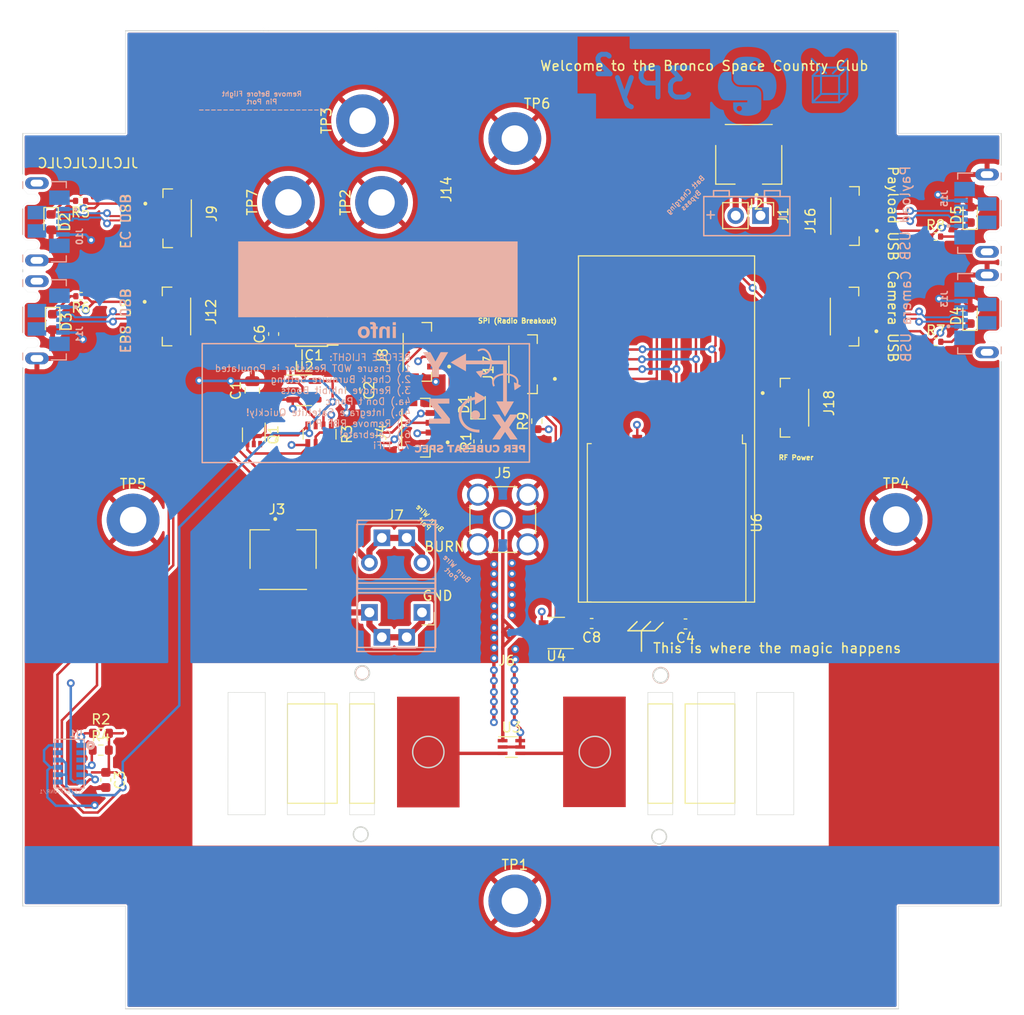
<source format=kicad_pcb>
(kicad_pcb (version 20221018) (generator pcbnew)
  (layers (0 "F.Cu" signal) (1 "In1.Cu" signal) (2 "In2.Cu" signal) (31 "B.Cu" signal) (34 "B.Paste" user) (35 "F.Paste" user) (36 "B.SilkS" user "B.Silkscreen") (37 "F.SilkS" user "F.Silkscreen") (38 "B.Mask" user) (39 "F.Mask" user) (44 "Edge.Cuts" user))
  (net 0 "")
  (net 1 "GND")
  (net 2 "SDA1")
  (net 3 "3.3V")
  (net 4 "Net-(J6-tape_1)")
  (net 5 "Net-(J6-tape_2)")
  (net 6 "Net-(J3-Pin_1)")
  (net 7 "/BATT_NEG")
  (net 8 "RF_VCC")
  (net 9 "2.8V")
  (net 11 "Net-(D1-A)")
  (net 12 "/BATT_POS")
  (net 13 "Net-(J3-Pin_2)")
  (net 14 "/SCL_3V")
  (net 15 "/SDA_3V")
  (net 16 "SCL1")
  (net 17 "/GPIO")
  (net 18 "/XSHUT_2.8V")
  (net 24 "Net-(D2-A)")
  (net 25 "Net-(D3-A)")
  (net 26 "Net-(D4-A)")
  (net 27 "Net-(D5-A)")
  (net 28 "/1d-")
  (net 29 "/1d+")
  (net 30 "Net-(J10-VBUS)")
  (net 32 "/0d-")
  (net 33 "/0d+")
  (net 35 "/2d-")
  (net 36 "/2d+")
  (net 38 "/3d-")
  (net 39 "/3d+")
  (net 41 "Net-(J11-VBUS)")
  (net 42 "Net-(J13-VBUS)")
  (net 43 "Net-(J15-VBUS)")
  (net 44 "OUT2")
  (net 45 "Net-(U4-input2)")
  (net 46 "Balun")
  (net 47 "SPI0_MISO")
  (net 48 "SPI0_MOSI")
  (net 49 "SPI0_SCK")
  (net 50 "SPI0_CS0")
  (net 64 "Net-(J4-SHIELD-PadS1)")
  (net 65 "Net-(J8-SHIELD-PadS1)")
  (footprint "Resistor_SMD:R_0603_1608Metric" (layer "F.Cu") (at 123.5208 135.7694)
    (fp_text reference "R4")
    (fp_text value "10K")
  )
  (footprint "Antenna_board:Burn_Wire" (layer "F.Cu") (at 154.4858 107.4844)
    (fp_text reference "J7")
    (fp_text value "~")
  )
  (footprint "Antenna_board:JST_BM04B-SRSS-TB(LF)(SN)" (layer "F.Cu") (at 132.0758 81.3894 -90)
    (fp_text reference "J9")
    (fp_text value "BM04B-SRSS-TB(LF)(SN)")
  )
  (footprint "Antenna_board:JST_BM04B-SRSS-TB(LF)(SN)" (layer "F.Cu") (at 165.9258 96.3094 90)
    (fp_text reference "J17")
    (fp_text value "BM04B-SRSS-TB(LF)(SN)")
  )
  (footprint "RF_Converter:Balun_Johanson_0896BM15A0001" (layer "F.Cu") (at 165.4858 135.4494)
    (fp_text reference "U3")
    (fp_text value "0433BM15A0001")
  )
  (footprint "Antenna_board:HOPERF_RFM95W_SMD" (layer "F.Cu") (at 181.3458 112.5294 -90)
    (fp_text reference "U6")
    (fp_text value "RFM9xBreakout")
  )
  (footprint "MountingHole:MountingHole_2.7mm_M2.5_Pad" (layer "F.Cu") (at 150.2758 71.4194 90)
    (fp_text reference "TP3")
    (fp_text value "TestPoint")
  )
  (footprint "Antenna_board:JST_BM04B-SRSS-TB(LF)(SN)" (layer "F.Cu") (at 198.8258 81.1594 90)
    (fp_text reference "J16")
    (fp_text value "BM04B-SRSS-TB(LF)(SN)")
  )
  (footprint "Package_TO_SOT_SMD:SuperSOT-6" (layer "F.Cu") (at 170.0658 123.7894 180)
    (fp_text reference "U4")
    (fp_text value "AS193-73LF")
  )
  (footprint "Picolock2Pos:MOLEX_504050-0291" (layer "F.Cu") (at 189.740798 74.8494 180)
    (fp_text reference "J2")
    (fp_text value "Battery Charge Bypass")
  )
  (footprint "LED_SMD:LED_0603_1608Metric" (layer "F.Cu") (at 162.0758 100.4219 90)
    (fp_text reference "D1")
    (fp_text value "Blue")
  )
  (footprint "Antenna_board:JST_BM04B-SRSS-TB(LF)(SN)" (layer "F.Cu") (at 198.7808 91.4394 90)
    (fp_text reference "J14")
    (fp_text value "BM04B-SRSS-TB(LF)(SN)")
  )
  (footprint "Connector_PinHeader_2.54mm:PinHeader_1x02_P2.54mm_Vertical" (layer "F.Cu") (at 190.9458 81.1194 -90)
    (fp_text reference "J1")
    (fp_text value "Battery Charge Bypass")
  )
  (footprint "LED_SMD:LED_0603_1608Metric" (layer "F.Cu") (at 212.3558 91.3669 90)
    (fp_text reference "D4")
    (fp_text value "Blue")
  )
  (footprint "LED_SMD:LED_0603_1608Metric" (layer "F.Cu") (at 212.3658 81.0369 90)
    (fp_text reference "D5")
    (fp_text value "Blue")
  )
  (footprint "Antenna_board:JST_BM04B-SRSS-TB(LF)(SN)" (layer "F.Cu") (at 154.9708 102.7994 90)
    (fp_text reference "J4")
    (fp_text value "BM04B-SRSS-TB(LF)(SN)")
  )
  (footprint "Capacitor_SMD:C_0805_2012Metric" (layer "F.Cu") (at 149.2758 98.9894 -90)
    (fp_text reference "C2")
    (fp_text value "10uF")
  )
  (footprint "Resistor_SMD:R_0402_1005Metric" (layer "F.Cu") (at 121.4858 89.3594 180)
    (fp_text reference "R6")
    (fp_text value "1K")
  )
  (footprint "Capacitor_SMD:C_0805_2012Metric" (layer "F.Cu") (at 139.0058 98.9994 90)
    (fp_text reference "C1")
    (fp_text value "10uF")
  )
  (footprint "LED_SMD:LED_0603_1608Metric" (layer "F.Cu") (at 118.5958 91.9869 -90)
    (fp_text reference "D3")
    (fp_text value "Blue")
  )
  (footprint "Capacitor_SMD:C_0603_1608Metric" (layer "F.Cu") (at 183.2758 122.8694 180)
    (fp_text reference "C4")
    (fp_text value "10uF")
  )
  (footprint "Resistor_SMD:R_0402_1005Metric" (layer "F.Cu") (at 208.8358 83.2594)
    (fp_text reference "R8")
    (fp_text value "1K")
  )
  (footprint "MountingHole:MountingHole_2.7mm_M2.5_Pad" (layer "F.Cu") (at 142.693713 79.756113 90)
    (fp_text reference "TP7")
    (fp_text value "TestPoint")
  )
  (footprint "Antenna_board:Tape_Measure_Antenna" (layer "F.Cu") (at 165.0008 127.1244)
    (fp_text reference "J6")
    (fp_text value "~")
    (fp_line (start -28.4884 15.2476) (end -24.6642 15.2476) (stroke (width 0.05)) (layer "Edge.Cuts"))
    (fp_line (start -28.4742 2.7476) (end -28.4884 15.2476) (stroke (width 0.05)) (layer "Edge.Cuts"))
    (fp_line (start -24.6642 2.7524) (end -28.4742 2.7476) (stroke (width 0.05)) (layer "Edge.Cuts"))
    (fp_line (start -24.6642 15.2476) (end -24.6642 2.7524) (stroke (width 0.05)) (layer "Edge.Cuts"))
    (fp_line (start -22.4142 15.25) (end -18.59 15.25) (stroke (width 0.05)) (layer "Edge.Cuts"))
    (fp_line (start -22.4 2.75) (end -22.4142 15.25) (stroke (width 0.05)) (layer "Edge.Cuts"))
    (fp_line (start -18.59 2.7548) (end -22.4 2.75) (stroke (width 0.05)) (layer "Edge.Cuts"))
    (fp_line (start -18.59 15.25) (end -18.59 2.7548) (stroke (width 0.05)) (layer "Edge.Cuts"))
    (fp_line (start -16.05 2.75) (end -13.51 2.75) (stroke (width 0.05)) (layer "Edge.Cuts"))
    (fp_line (start -16.05 15.25) (end -16.05 2.75) (stroke (width 0.05)) (layer "Edge.Cuts"))
    (fp_line (start -13.51 2.75) (end -13.51 15.25) (stroke (width 0.05)) (layer "Edge.Cuts"))
    (fp_line (start -13.51 15.25) (end -16.05 15.25) (stroke (width 0.05)) (layer "Edge.Cuts"))
    (fp_line (start 14.43 2.75) (end 14.43 15.25) (stroke (width 0.05)) (layer "Edge.Cuts"))
    (fp_line (start 14.43 15.25) (end 16.97 15.25) (stroke (width 0.05)) (layer "Edge.Cuts"))
    (fp_line (start 16.97 2.75) (end 14.43 2.75) (stroke (width 0.05)) (layer "Edge.Cuts"))
    (fp_line (start 16.97 15.25) (end 16.97 2.75) (stroke (width 0.05)) (layer "Edge.Cuts"))
    (fp_line (start 19.51 2.75) (end 19.51 15.25) (stroke (width 0.05)) (layer "Edge.Cuts"))
    (fp_line (start 19.51 15.25) (end 23.32 15.25) (stroke (width 0.05)) (layer "Edge.Cuts"))
    (fp_line (start 23.32 2.75) (end 19.51 2.75) (stroke (width 0.05)) (layer "Edge.Cuts"))
    (fp_line (start 23.32 15.25) (end 23.32 2.75) (stroke (width 0.05)) (layer "Edge.Cuts"))
    (fp_line (start 25.5358 2.75) (end 25.5358 15.25) (stroke (width 0.05)) (layer "Edge.Cuts"))
    (fp_line (start 25.5358 15.25) (end 29.3458 15.25) (stroke (width 0.05)) (layer "Edge.Cuts"))
    (fp_line (start 29.3458 2.75) (end 25.5358 2.75) (stroke (width 0.05)) (layer "Edge.Cuts"))
    (fp_line (start 29.3458 15.25) (end 29.3458 2.75) (stroke (width 0.05)) (layer "Edge.Cuts"))
    (fp_circle (center -14.9142 17.25) (end -15.6642 17.25) (stroke (width 0.15)) (fill none) (layer "Edge.Cuts"))
    (fp_circle (center -14.7642 0.75) (end -14.0142 0.75) (stroke (width 0.15)) (fill none) (layer "Edge.Cuts"))
    (fp_circle (center -8.008 8.8348) (end -6.408 8.8348) (stroke (width 0.15)) (fill none) (layer "Edge.Cuts"))
    (fp_circle (center 9.01 8.834801) (end 10.61 8.834801) (stroke (width 0.15)) (fill none) (layer "Edge.Cuts"))
    (fp_circle (center 15.5858 17.5) (end 16.3358 17.5) (stroke (width 0.15)) (fill none) (layer "Edge.Cuts"))
    (fp_circle (center 15.7358 1) (end 16.4858 1) (stroke (width 0.15)) (fill none) (layer "Edge.Cuts"))
  )
  (footprint "Resistor_SMD:R_0603_1608Metric" (layer "F.Cu") (at 168.0858 102.1294 90)
    (fp_text reference "R9")
    (fp_text value "10k")
  )
  (footprint "MountingHole:MountingHole_2.7mm_M2.5_Pad" (layer "F.Cu") (at 152.2158 79.7694 90)
    (fp_text reference "TP2")
    (fp_text value "TestPoint")
  )
  (footprint "MountingHole:MountingHole_2.7mm_M2.5_Pad" (layer "F.Cu") (at 126.8258 112.2394)
    (fp_text reference "TP5")
    (fp_text value "TestPoint")
  )
  (footprint "MountingHole:MountingHole_2.7mm_M2.5_Pad" (layer "F.Cu") (at 165.8358 73.2394)
    (fp_text reference "TP6")
    (fp_text value "TestPoint")
  )
  (footprint "Picolock2Pos:MOLEX_504050-0291" (layer "F.Cu") (at 142.1508 116.2894)
    (fp_text reference "J3")
    (fp_text value "Burn_Wire")
  )
  (footprint "Package_TO_SOT_SMD:SOT-23-5" (layer "F.Cu") (at 144.2783 98.9794)
    (fp_text reference "U2")
    (fp_text value "LP5907-2.8V")
  )
  (footprint "Package_SO:TSSOP-8_3x3mm_P0.65mm" (layer "F.Cu") (at 145.0658 92.8494 180)
    (fp_text reference "IC1")
    (fp_text value "PCT2075DP,118")
  )
  (footprint "Antenna_board:JST_BM04B-SRSS-TB(LF)(SN)" (layer "F.Cu") (at 155.1233 95.0494 90)
    (fp_text reference "J8")
    (fp_text value "BM04B-SRSS-TB(LF)(SN)")
  )
  (footprint "Resistor_SMD:R_0402_1005Metric" (layer "F.Cu") (at 208.8558 94.0194)
    (fp_text reference "R7")
    (fp_text value "1K")
  )
  (footprint "MountingHole:MountingHole_2.7mm_M2.5_Pad" (layer "F.Cu") (at 165.8358 151.1894)
    (fp_text reference "TP1")
    (fp_text value "TestPoint")
  )
  (footprint "MountingHole:MountingHole_2.7mm_M2.5_Pad" (layer "F.Cu") (at 204.8058 112.1894)
    (fp_text reference "TP4")
    (fp_text value "TestPoint")
  )
  (footprint "Antenna_board:JST_BM04B-SRSS-TB(LF)(SN)" (layer "F.Cu") (at 132.0058 91.4294 -90)
    (fp_text reference "J12")
    (fp_text value "BM04B-SRSS-TB(LF)(SN)")
  )
  (footprint "Resistor_SMD:R_0603_1608Metric" (layer "F.Cu") (at 123.5358 134.0494)
    (fp_text reference "R2")
    (fp_text value "10K")
  )
  (footprint "Capacitor_SMD:C_0603_1608Metric" (layer "F.Cu") (at 124.0358 138.8194 -90)
    (fp_text reference "C3")
    (fp_text value "0.1uF")
  )
  (footprint "Connector_Coaxial:SMA_Amphenol_901-144_Vertical" (layer "F.Cu") (at 164.6058 112.1894)
    (fp_text reference "J5")
    (fp_text value "Conn_Coaxial")
  )
  (footprint "Antenna_board:RFM98PW" (layer "F.Cu") (at 181.8373 102.934401 -90)
    (fp_text reference "U5" hide)
    (fp_text value "RFM98PW" hide)
  )
  (footprint "Capacitor_SMD:C_0603_1608Metric" (layer "F.Cu") (at 141.1858 93.2244 90)
    (fp_text reference "C6")
    (fp_text value "100nf")
  )
  (footprint "Package_TO_SOT_SMD:SOT-363_SC-70-6" (layer "F.Cu") (at 139.159486 103.530224 -90)
    (fp_text reference "Q1")
    (fp_text value "BSS138")
  )
  (footprint "Capacitor_SMD:C_0603_1608Metric" (layer "F.Cu") (at 173.6858 122.8194 180)
    (fp_text reference "C8")
    (fp_text value "100pf")
  )
  (footprint "LED_SMD:LED_0603_1608Metric" (layer "F.Cu") (at 118.4458 81.7769 -90)
    (fp_text reference "D2")
    (fp_text value "Blue")
  )
  (footprint "Antenna_board:JST_BM04B-SRSS-TB(LF)(SN)" (layer "F.Cu") (at 195.1658 100.7594 -90)
    (fp_text reference "J18")
    (fp_text value "BM04B-SRSS-TB(LF)(SN)")
  )
  (footprint "Resistor_SMD:R_Array_Convex_4x0603" (layer "F.Cu") (at 145.879484 103.470227 -90)
    (fp_text reference "R3")
    (fp_text value "10K")
  )
  (footprint "Resistor_SMD:R_0402_1005Metric" (layer "F.Cu") (at 121.4558 79.6094 180)
    (fp_text reference "R5")
    (fp_text value "1K")
  )
  (footprint "Resistor_SMD:R_0402_1005Metric" (layer "F.Cu") (at 162.035801 104.204404 90)
    (fp_text reference "R1")
    (fp_text value "1K")
  )
  (footprint "LOGO" (layer "F.Cu") (at 186.937277 157.595673)
    (fp_text reference "G***" hide)
    (fp_text value "LOGO" hide)
  )
  (footprint "Antenna_board:MOLEX_105164-0001(round)" (layer "B.Cu") (at 115.5458 81.7444 90)
    (fp_text reference "J10")
    (fp_text value "USB_B_Micro")
    (fp_line (start -4.9 0) (end -3.4 0) (stroke (width 0.01)) (layer "Edge.Cuts"))
    (fp_line (start -3.4 0) (end -2.825 0.5) (stroke (width 0.01)) (layer "Edge.Cuts"))
    (fp_line (start -2.825 1.15) (end -2.825 0.5) (stroke (width 0.01)) (layer "Edge.Cuts"))
    (fp_line (start -1.925 1.15) (end -1.925 0.5) (stroke (width 0.01)) (layer "Edge.Cuts"))
    (fp_line (start 0.00053 -0.004943) (end -1.29947 -0.004943) (stroke (width 0.01)) (layer "Edge.Cuts"))
    (fp_line (start 0.00053 -0.004943) (end 1.3 0) (stroke (width 0.01)) (layer "Edge.Cuts"))
    (fp_line (start 1.925 1.15) (end 1.925 0.5) (stroke (width 0.01)) (layer "Edge.Cuts"))
    (fp_line (start 2.825 1.15) (end 2.825 0.5) (stroke (width 0.01)) (layer "Edge.Cuts"))
    (fp_line (start 3.4 0) (end 2.825 0.5) (stroke (width 0.01)) (layer "Edge.Cuts"))
    (fp_line (start 4.9 0) (end 3.4 0) (stroke (width 0.01)) (layer "Edge.Cuts"))
    (fp_arc (start -1.925 1.15) (mid -2.375 1.6) (end -2.825 1.15) (stroke (width 0.01)) (layer "Edge.Cuts"))
    (fp_arc (start -1.924999 0.5) (mid -1.716881 0.117891) (end -1.29947 -0.004943) (stroke (width 0.01)) (layer "Edge.Cuts"))
    (fp_arc (start 1.3 0) (mid 1.71741 0.122834) (end 1.925529 0.504943) (stroke (width 0.01)) (layer "Edge.Cuts"))
    (fp_arc (start 2.825 1.15) (mid 2.375 1.6) (end 1.925 1.15) (stroke (width 0.01)) (layer "Edge.Cuts"))
  )
  (footprint "Antenna_board:MOLEX_105164-0001(round)" (layer "B.Cu") (at 215.5458 91.1444 -90)
    (fp_text reference "J13")
    (fp_text value "USB_B_Micro")
    (fp_line (start -4.9 0) (end -3.4 0) (stroke (width 0.01)) (layer "Edge.Cuts"))
    (fp_line (start -3.4 0) (end -2.825 0.5) (stroke (width 0.01)) (layer "Edge.Cuts"))
    (fp_line (start -2.825 1.15) (end -2.825 0.5) (stroke (width 0.01)) (layer "Edge.Cuts"))
    (fp_line (start -1.925 1.15) (end -1.925 0.5) (stroke (width 0.01)) (layer "Edge.Cuts"))
    (fp_line (start 0.00053 -0.004943) (end -1.29947 -0.004943) (stroke (width 0.01)) (layer "Edge.Cuts"))
    (fp_line (start 0.00053 -0.004943) (end 1.3 0) (stroke (width 0.01)) (layer "Edge.Cuts"))
    (fp_line (start 1.925 1.15) (end 1.925 0.5) (stroke (width 0.01)) (layer "Edge.Cuts"))
    (fp_line (start 2.825 1.15) (end 2.825 0.5) (stroke (width 0.01)) (layer "Edge.Cuts"))
    (fp_line (start 3.4 0) (end 2.825 0.5) (stroke (width 0.01)) (layer "Edge.Cuts"))
    (fp_line (start 4.9 0) (end 3.4 0) (stroke (width 0.01)) (layer "Edge.Cuts"))
    (fp_arc (start -1.925 1.15) (mid -2.375 1.6) (end -2.825 1.15) (stroke (width 0.01)) (layer "Edge.Cuts"))
    (fp_arc (start -1.924999 0.5) (mid -1.716881 0.117891) (end -1.29947 -0.004943) (stroke (width 0.01)) (layer "Edge.Cuts"))
    (fp_arc (start 1.3 0) (mid 1.71741 0.122834) (end 1.925529 0.504943) (stroke (width 0.01)) (layer "Edge.Cuts"))
    (fp_arc (start 2.825 1.15) (mid 2.375 1.6) (end 1.925 1.15) (stroke (width 0.01)) (layer "Edge.Cuts"))
  )
  (footprint "Antenna_board:MOLEX_105164-0001(round)" (layer "B.Cu") (at 215.5458 80.8694 -90)
    (fp_text reference "J15")
    (fp_text value "USB_B_Micro")
    (fp_line (start -4.9 0) (end -3.4 0) (stroke (width 0.01)) (layer "Edge.Cuts"))
    (fp_line (start -3.4 0) (end -2.825 0.5) (stroke (width 0.01)) (layer "Edge.Cuts"))
    (fp_line (start -2.825 1.15) (end -2.825 0.5) (stroke (width 0.01)) (layer "Edge.Cuts"))
    (fp_line (start -1.925 1.15) (end -1.925 0.5) (stroke (width 0.01)) (layer "Edge.Cuts"))
    (fp_line (start 0.00053 -0.004943) (end -1.29947 -0.004943) (stroke (width 0.01)) (layer "Edge.Cuts"))
    (fp_line (start 0.00053 -0.004943) (end 1.3 0) (stroke (width 0.01)) (layer "Edge.Cuts"))
    (fp_line (start 1.925 1.15) (end 1.925 0.5) (stroke (width 0.01)) (layer "Edge.Cuts"))
    (fp_line (start 2.825 1.15) (end 2.825 0.5) (stroke (width 0.01)) (layer "Edge.Cuts"))
    (fp_line (start 3.4 0) (end 2.825 0.5) (stroke (width 0.01)) (layer "Edge.Cuts"))
    (fp_line (start 4.9 0) (end 3.4 0) (stroke (width 0.01)) (layer "Edge.Cuts"))
    (fp_arc (start -1.925 1.15) (mid -2.375 1.6) (end -2.825 1.15) (stroke (width 0.01)) (layer "Edge.Cuts"))
    (fp_arc (start -1.924999 0.5) (mid -1.716881 0.117891) (end -1.29947 -0.004943) (stroke (width 0.01)) (layer "Edge.Cuts"))
    (fp_arc (start 1.3 0) (mid 1.71741 0.122834) (end 1.925529 0.504943) (stroke (width 0.01)) (layer "Edge.Cuts"))
    (fp_arc (start 2.825 1.15) (mid 2.375 1.6) (end 1.925 1.15) (stroke (width 0.01)) (layer "Edge.Cuts"))
  )
  (footprint "LOGO" (layer "B.Cu") (at 159.9758 120.7794 180)
    (fp_text reference "G***" hide)
    (fp_text value "LOGO" hide)
  )
  (footprint "LOGO" (layer "B.Cu") (at 189.5958 68.4894 180)
    (fp_text reference "G***" hide)
    (fp_text value "LOGO" hide)
  )
  (footprint "mainboard:board_info_block" (layer "B.Cu") (at 151.8458 88.7094 180)
    (fp_text reference "REF**" hide)
    (fp_text value "VAL**" hide)
  )
  (footprint "LOGO" (layer "B.Cu") (at 189.5958 68.4894 180)
    (fp_text reference "G***" hide)
    (fp_text value "LOGO" hide)
  )
  (footprint "Antenna_board:MOLEX_105164-0001(round)" (layer "B.Cu") (at 115.5458 91.7694 90)
    (fp_text reference "J11")
    (fp_text value "USB_B_Micro")
    (fp_line (start -4.9 0) (end -3.4 0) (stroke (width 0.01)) (layer "Edge.Cuts"))
    (fp_line (start -3.4 0) (end -2.825 0.5) (stroke (width 0.01)) (layer "Edge.Cuts"))
    (fp_line (start -2.825 1.15) (end -2.825 0.5) (stroke (width 0.01)) (layer "Edge.Cuts"))
    (fp_line (start -1.925 1.15) (end -1.925 0.5) (stroke (width 0.01)) (layer "Edge.Cuts"))
    (fp_line (start 0.00053 -0.004943) (end -1.29947 -0.004943) (stroke (width 0.01)) (layer "Edge.Cuts"))
    (fp_line (start 0.00053 -0.004943) (end 1.3 0) (stroke (width 0.01)) (layer "Edge.Cuts"))
    (fp_line (start 1.925 1.15) (end 1.925 0.5) (stroke (width 0.01)) (layer "Edge.Cuts"))
    (fp_line (start 2.825 1.15) (end 2.825 0.5) (stroke (width 0.01)) (layer "Edge.Cuts"))
    (fp_line (start 3.4 0) (end 2.825 0.5) (stroke (width 0.01)) (layer "Edge.Cuts"))
    (fp_line (start 4.9 0) (end 3.4 0) (stroke (width 0.01)) (layer "Edge.Cuts"))
    (fp_arc (start -1.925 1.15) (mid -2.375 1.6) (end -2.825 1.15) (stroke (width 0.01)) (layer "Edge.Cuts"))
    (fp_arc (start -1.924999 0.5) (mid -1.716881 0.117891) (end -1.29947 -0.004943) (stroke (width 0.01)) (layer "Edge.Cuts"))
    (fp_arc (start 1.3 0) (mid 1.71741 0.122834) (end 1.925529 0.504943) (stroke (width 0.01)) (layer "Edge.Cuts"))
    (fp_arc (start 2.825 1.15) (mid 2.375 1.6) (end 1.925 1.15) (stroke (width 0.01)) (layer "Edge.Cuts"))
  )
  (footprint "Adafruit VL6180 Time of Flight Sensor:VL6180" (layer "B.Cu") (at 120.3258 137.1544 180)
    (fp_text reference "U1")
    (fp_text value "VL6180XV0NR/1")
  )
  (footprint "LOGO" (layer "B.Cu") (at 195.6458 94.2944 180)
    (fp_text reference "G***" hide)
    (fp_text value "LOGO" hide)
  )
  (footprint "mainboard:XYZ_cubesat-top" (layer "B.Cu") (at 161.3258 100.4194 180)
    (fp_text reference "REF**" hide)
    (fp_text value "Val**" hide)
  )
  (footprint "LOGO" (layer "B.Cu") (at 185.0858 116.0494 180)
    (fp_text reference "G***" hide)
    (fp_text value "LOGO" hide)
  )
  (gr_line (start 197.1258 68.6794) (end 199.8258 68.6794) (stroke (width 0.2)) (layer "B.Cu"))
  (gr_line (start 198.9758 66.8294) (end 199.8258 65.9794) (stroke (width 0.2)) (layer "B.Cu"))
  (gr_line (start 196.2758 66.8294) (end 197.1258 65.9794) (stroke (width 0.2)) (layer "B.Cu"))
  (gr_line (start 199.8058 65.0894) (end 198.3258 66.5694) (stroke (width 0.2)) (layer "B.Cu"))
  (gr_line (start 197.1258 65.9794) (end 197.1258 68.6794) (stroke (width 0.2)) (layer "B.Cu"))
  (gr_line (start 199.8258 68.6794) (end 198.9758 69.5294) (stroke (width 0.2)) (layer "B.Cu"))
  (gr_line (start 196.2758 66.8294) (end 196.2758 69.5294) (stroke (width 0.2)) (layer "B.Cu"))
  (gr_line (start 198.9758 66.8294) (end 196.2758 66.8294) (stroke (width 0.2)) (layer "B.Cu"))
  (gr_line (start 199.8258 65.9794) (end 199.8258 68.6794) (stroke (width 0.2)) (layer "B.Cu"))
  (gr_line (start 196.2758 69.5294) (end 197.1258 68.6794) (stroke (width 0.2)) (layer "B.Cu"))
  (gr_line (start 196.2758 69.5294) (end 198.9758 69.5294) (stroke (width 0.2)) (layer "B.Cu"))
  (gr_line (start 199.8258 65.9794) (end 197.1258 65.9794) (stroke (width 0.2)) (layer "B.Cu"))
  (gr_line (start 198.9758 69.5294) (end 198.9758 66.8294) (stroke (width 0.2)) (layer "B.Cu"))
  (gr_line (start 196.1758 65.0794) (end 197.6458 66.5494) (stroke (width 0.2)) (layer "B.Cu"))
  (gr_line (start 149.7458 118.2694) (end 149.7458 119.2694) (stroke (width 0.15)) (layer "B.SilkS"))
  (gr_line (start 133.8858 94.2094) (end 133.8858 106.3694) (stroke (width 0.15)) (layer "B.SilkS"))
  (gr_line (start 192.9458 78.5694) (end 191.3458 78.5694) (stroke (width 0.15)) (layer "B.SilkS"))
  (gr_circle (center 180.7458 128.1194) (end 180.9958 127.3694) (stroke (width 0.15)) (fill none) (layer "B.SilkS"))
  (gr_line (start 192.9458 79.1694) (end 192.9458 78.5694) (stroke (width 0.15)) (layer "B.SilkS"))
  (gr_line (start 191.3458 78.5694) (end 191.3458 79.1694) (stroke (width 0.15)) (layer "B.SilkS"))
  (gr_line (start 186.1458 78.5694) (end 187.7458 78.5694) (stroke (width 0.15)) (layer "B.SilkS"))
  (gr_line (start 187.7458 78.5694) (end 187.7458 79.1694) (stroke (width 0.15)) (layer "B.SilkS"))
  (gr_line (start 157.7458 112.2694) (end 157.7458 125.2694) (stroke (width 0.15)) (layer "B.SilkS"))
  (gr_line (start 157.7458 118.2694) (end 149.7458 118.2694) (stroke (width 0.15)) (layer "B.SilkS"))
  (gr_line (start 191.3458 79.1694) (end 186.1458 79.1694) (stroke (width 0.15)) (layer "B.SilkS"))
  (gr_line (start 157.7458 125.2694) (end 149.7458 125.2694) (stroke (width 0.15)) (layer "B.SilkS"))
  (gr_line (start 149.7458 125.2694) (end 149.7458 112.2694) (stroke (width 0.15)) (layer "B.SilkS"))
  (gr_line (start 149.7458 112.2694) (end 157.7458 112.2694) (stroke (width 0.15)) (layer "B.SilkS"))
  (gr_line (start 186.1458 79.1694) (end 186.1458 78.5694) (stroke (width 0.15)) (layer "B.SilkS"))
  (gr_line (start 133.8858 94.2094) (end 167.3258 94.2194) (stroke (width 0.15)) (layer "B.SilkS"))
  (gr_line (start 167.3258 94.2194) (end 167.3258 106.311881) (stroke (width 0.15)) (layer "B.SilkS"))
  (gr_circle (center 150.2458 127.8694) (end 150.7458 127.3694) (stroke (width 0.15)) (fill none) (layer "B.SilkS"))
  (gr_line (start 133.8858 106.3694) (end 167.3258 106.321881) (stroke (width 0.15)) (layer "B.SilkS"))
  (gr_line (start 149.7458 119.2694) (end 157.7458 119.2694) (stroke (width 0.15)) (layer "B.SilkS"))
  (gr_line (start 193.9458 83.1694) (end 193.9458 79.1694) (stroke (width 0.15)) (layer "B.SilkS"))
  (gr_line (start 185.1458 79.1694) (end 185.1458 83.1694) (stroke (width 0.15)) (layer "B.SilkS"))
  (gr_line (start 193.9458 79.1694) (end 185.1458 79.1694) (stroke (width 0.15)) (layer "B.SilkS"))
  (gr_line (start 185.1458 83.1694) (end 193.9458 83.1694) (stroke (width 0.15)) (layer "B.SilkS"))
  (gr_line (start 178.7758 125.6544) (end 178.7758 123.5644) (stroke (width 0.15)) (layer "F.SilkS"))
  (gr_line (start 177.3958 123.5644) (end 178.3258 122.6344) (stroke (width 0.15)) (layer "F.SilkS"))
  (gr_line (start 178.7758 123.5644) (end 179.7058 122.6344) (stroke (width 0.15)) (layer "F.SilkS"))
  (gr_line (start 178.7758 123.5644) (end 180.1358 123.5644) (stroke (width 0.15)) (layer "F.SilkS"))
  (gr_line (start 180.1458 123.5644) (end 180.9858 122.7244) (stroke (width 0.15)) (layer "F.SilkS"))
  (gr_line (start 178.7758 123.5644) (end 177.3958 123.5644) (stroke (width 0.15)) (layer "F.SilkS"))
  (gr_line (start 126.0462 62.2172) (end 140.1458 62.2172) (stroke (width 0.1)) (layer "Edge.Cuts"))
  (gr_line (start 126.0462 162.2172) (end 126.0462 151.7172) (stroke (width 0.05)) (layer "Edge.Cuts"))
  (gr_line (start 205.0462 62.2172) (end 205.0462 72.7172) (stroke (width 0.05)) (layer "Edge.Cuts"))
  (gr_line (start 205.0462 162.2172) (end 126.0462 162.2172) (stroke (width 0.1)) (layer "Edge.Cuts"))
  (gr_line (start 126.0462 72.7172) (end 126.0462 62.2172) (stroke (width 0.05)) (layer "Edge.Cuts"))
  (gr_line (start 115.5458 76.8444) (end 115.5462 72.7172) (stroke (width 0.1)) (layer "Edge.Cuts"))
  (gr_line (start 215.5462 151.7172) (end 205.0462 151.7172) (stroke (width 0.05)) (layer "Edge.Cuts"))
  (gr_line (start 205.0462 72.7172) (end 215.5462 72.7172) (stroke (width 0.05)) (layer "Edge.Cuts"))
  (gr_line (start 126.0462 151.7172) (end 115.5462 151.7172) (stroke (width 0.05)) (layer "Edge.Cuts"))
  (gr_line (start 205.0462 62.2172) (end 151.8458 62.2172) (stroke (width 0.1)) (layer "Edge.Cuts"))
  (gr_line (start 215.5458 96.039403) (end 215.5462 151.7172) (stroke (width 0.1)) (layer "Edge.Cuts"))
  (gr_line (start 205.0462 151.7172) (end 205.0462 162.2172) (stroke (width 0.05)) (layer "Edge.Cuts"))
  (gr_line (start 215.5458 85.7694) (end 215.5458 86.2444) (stroke (width 0.1)) (layer "Edge.Cuts"))
  (gr_line (start 215.5458 75.9694) (end 215.5462 72.7172) (stroke (width 0.1)) (layer "Edge.Cuts"))
  (gr_line (start 140.6383 62.2194) (end 140.1458 62.2172) (stroke (width 0.1)) (layer "Edge.Cuts"))
  (gr_line (start 115.5458 96.6694) (end 115.5462 151.7172) (stroke (width 0.1)) (layer "Edge.Cuts"))
  (gr_line (start 115.5458 86.6444) (end 115.5458 86.8694) (stroke (width 0.1)) (layer "Edge.Cuts"))
  (gr_line (start 140.6383 62.2194) (end 151.8458 62.2172) (stroke (width 0.1)) (layer "Edge.Cuts"))
  (gr_line (start 115.5462 72.7172) (end 126.0462 72.7172) (stroke (width 0.05)) (layer "Edge.Cuts"))
  (gr_text "3PySquared Antenna Development Board \nV1\nMichael Pham | Nicole Maggard | Ernesto Montes\n" (at 146.8258 158.2994) (layer "F.Cu") (effects (font (size 1 1))))
  (gr_text "2" (at 174.9058 65.7194) (layer "B.Cu") (effects (font (size 2 2) (thickness 0.5)) (justify mirror)))
  (gr_text "3Py" (at 179.960184 67.633934) (layer "B.Cu") (effects (font (size 3 3) (thickness 0.5)) (justify mirror)))
  (gr_text "Remove Before Flight\nPin Port\n<--------------------" (at 139.9858 69.4794) (layer "B.SilkS") (effects (font (size 0.5 0.5) (thickness 0.1)) (justify mirror)))
  (gr_text "BEFORE FLIGHT:\n1.) Ensure WDT Resistor is Populated\n2.) Check Burnwire Setting\n3.) Remove Inhibit Boots\n4a.) Don't Panic\n4b.) Integrate Satellite Quickly!\n5.) Remove RBF Pin\n6.) Celebrate! \n7.) FiFi" (at 155.2758 100.1194) (layer "B.SilkS") (effects (font (size 0.7 0.7) (thickness 0.1)) (justify left mirror)))
  (gr_text "Payload USB" (at 206.3358 75.9294 90) (layer "B.SilkS") (effects (font (size 1 1)) (justify left bottom mirror)))
  (gr_text "-" (at 193.2458 81.1694) (layer "B.SilkS") (effects (font (size 1 1)) (justify mirror)))
  (gr_text "EPS USB" (at 125.3998 95.2754 -90) (layer "B.SilkS") (effects (font (size 1 1)) (justify left bottom mirror)))
  (gr_text "Batt Charging\nBypass" (at 183.5458 79.2694 45) (layer "B.SilkS") (effects (font (size 0.5 0.5) (thickness 0.1)) (justify mirror)))
  (gr_text "+\n" (at 185.8458 80.9694) (layer "B.SilkS") (effects (font (size 1 1)) (justify mirror)))
  (gr_text "Burn Wire\nPort" (at 159.6258 117.4994 315) (layer "B.SilkS") (effects (font (size 0.5 0.5) (thickness 0.1)) (justify mirror)))
  (gr_text "FC USB" (at 125.3998 84.6074 -90) (layer "B.SilkS") (effects (font (size 1 1)) (justify left bottom mirror)))
  (gr_text "Camera USB" (at 206.3958 86.6294 90) (layer "B.SilkS") (effects (font (size 1 1)) (justify left bottom mirror)))
  (gr_text "Camera USB" (at 203.8858 86.6394 -90) (layer "F.SilkS") (effects (font (size 1 1)) (justify left bottom)))
  (gr_text "I2C Breakouts" (at 153.5658 90.9794) (layer "F.SilkS") (effects (font (size 0.5 0.5) (thickness 0.125) bold) (justify left bottom)))
  (gr_text "Welcome to the Bronco Space Country Club" (at 185.1958 65.8094) (layer "F.SilkS") (effects (font (size 1 1))))
  (gr_text "JLCJLCJLCJLC" (at 122.2058 75.7594) (layer "F.SilkS") (effects (font (size 1 1)) (justify mirror)))
  (gr_text "FC USB" (at 126.6698 84.6074 90) (layer "F.SilkS") (effects (font (size 1 1)) (justify left bottom)))
  (gr_text "EPS USB" (at 126.6698 95.2754 90) (layer "F.SilkS") (effects (font (size 1 1)) (justify left bottom)))
  (gr_text "RF Power" (at 192.7358 106.1494) (layer "F.SilkS") (effects (font (size 0.5 0.5) (thickness 0.125) bold) (justify left bottom)))
  (gr_text "Payload USB" (at 203.8858 75.9714 -90) (layer "F.SilkS") (effects (font (size 1 1)) (justify left bottom)))
  (gr_text "This is where the magic happens" (at 192.6458 125.3394) (layer "F.SilkS") (effects (font (size 1 1))))
  (gr_text "SPI (Radio Breakout)" (at 162.0058 92.1694) (layer "F.SilkS") (effects (font (size 0.5 0.5) (thickness 0.125) bold) (justify left bottom)))
  (segment (start 164.5858 135.4494) (end 166.3858 135.4494) (width 0.3) (layer "F.Cu") (net 1))
  (segment (start 201.3508 79.6594) (end 211.7758 79.6594) (width 0.25) (layer "F.Cu") (net 1))
  (segment (start 122.4758 93.7694) (end 123.3158 92.9294) (width 0.25) (layer "F.Cu") (net 1))
  (segment (start 118.5958 92.7744) (end 118.7508 92.9294) (width 0.25) (layer "F.Cu") (net 1))
  (segment (start 165.7858 126.5994) (end 165.8858 126.4994) (width 0.3) (layer "F.Cu") (net 1))
  (segment (start 118.7508 92.9294) (end 123.3158 92.9294) (width 0.25) (layer "F.Cu") (net 1))
  (segment (start 195.1658 103.5594) (end 193.9408 103.5594) (width 0.25) (layer "F.Cu") (net 1))
  (segment (start 166.3958 133.5694) (end 165.7858 132.9594) (width 0.3) (layer "F.Cu") (net 1))
  (segment (start 201.3058 89.9394) (end 211.7158 89.9394) (width 0.25) (layer "F.Cu") (net 1))
  (segment (start 163.7158 121.0394) (end 163.7158 116.7694) (width 0.34925) (layer "F.Cu") (net 1))
  (segment (start 121.7058 93.7694) (end 122.4758 93.7694) (width 0.25) (layer "F.Cu") (net 1))
  (segment (start 188.3458 103.5294) (end 188.3458 104.5294) (width 0.25) (layer "F.Cu") (net 1))
  (segment (start 193.6658 102.2594) (end 193.7408 102.1844) (width 0.25) (layer "F.Cu") (net 1))
  (segment (start 163.6958 126.3894) (end 163.7158 126.3694) (width 0.34925) (layer "F.Cu") (net 1))
  (segment (start 165.7858 132.9594) (end 165.7858 127.4994) (width 0.3) (layer "F.Cu") (net 1))
  (segment (start 136.8258 98.0494) (end 136.7958 98.0194) (width 0.254) (layer "F.Cu") (net 1))
  (segment (start 166.3958 133.9594) (end 166.3958 133.5694) (width 0.3) (layer "F.Cu") (net 1))
  (segment (start 123.2658 82.8894) (end 129.5508 82.8894) (width 0.25) (layer "F.Cu") (net 1))
  (segment (start 124.0358 139.5944) (end 122.922039 139.5944) (width 0.254) (layer "F.Cu") (net 1))
  (segment (start 122.922039 139.5944) (end 122.183539 140.3329) (width 0.254) (layer "F.Cu") (net 1))
  (segment (start 157.6483 96.5494) (end 157.6483 98.0019) (width 0.25) (layer "F.Cu") (net 1))
  (segment (start 193.7408 100.5444) (end 193.4558 100.2594) (width 0.25) (layer "F.Cu") (net 1))
  (segment (start 166.3858 133.9694) (end 166.3958 133.9594) (width 0.3) (layer "F.Cu") (net 1))
  (segment (start 118.7708 82.8894) (end 129.5508 82.8894) (width 0.25) (layer "F.Cu") (net 1))
  (segment (start 147.2158 91.8744) (end 142.9158 91.8744) (width 0.25) (layer "F.Cu") (net 1))
  (segment (start 166.3858 134.7994) (end 166.3858 133.9694) (width 0.3) (layer "F.Cu") (net 1))
  (segment (start 191.6158 100.2594) (end 188.3458 103.5294) (width 0.25) (layer "F.Cu") (net 1))
  (segment (start 193.4558 100.2594) (end 192.6408 100.2594) (width 0.25) (layer "F.Cu") (net 1))
  (segment (start 123.3158 92.9294) (end 129.4808 92.9294) (width 0.25) (layer "F.Cu") (net 1))
  (segment (start 165.8858 126.4994) (end 165.8858 125.4294) (width 0.3) (layer "F.Cu") (net 1))
  (segment (start 163.6958 127.5894) (end 163.6958 132.9194) (width 0.34925) (layer "F.Cu") (net 1))
  (segment (start 149.2758 99.9394) (end 149.2758 100.6394) (width 0.25) (layer "F.Cu") (net 1))
  (segment (start 163.7158 121.0394) (end 163.7158 126.3694) (width 0.34925) (layer "F.Cu") (net 1))
  (segment (start 122.5358 83.6194) (end 123.2658 82.8894) (width 0.25) (layer "F.Cu") (net 1))
  (segment (start 163.6958 127.5894) (end 163.6958 126.3894) (width 0.34925) (layer "F.Cu") (net 1))
  (segment (start 209.0758 78.9794) (end 208.3958 79.6594) (width 0.25) (layer "F.Cu") (net 1))
  (segment (start 163.7158 116.7694) (end 163.7058 116.7594) (width 0.34925) (layer "F.Cu") (net 1))
  (segment (start 165.5458 116.6494) (end 165.5458 121.9794) (width 0.34925) (layer "F.Cu") (net 1))
  (segment (start 193.9408 103.5594) (end 192.6408 102.2594) (width 0.25) (layer "F.Cu") (net 1))
  (segment (start 142.9158 93.1744) (end 142.9158 91.8744) (width 0.25) (layer "F.Cu") (net 1))
  (segment (start 139.0058 98.0494) (end 136.8258 98.0494) (width 0.254) (layer "F.Cu") (net 1))
  (segment (start 208.8458 89.9394) (end 201.3058 89.9394) (width 0.25) (layer "F.Cu") (net 1))
  (segment (start 142.3408 92.4494) (end 142.9158 91.8744) (width 0.25) (layer "F.Cu") (net 1))
  (segment (start 211.7758 79.6594) (end 212.3658 80.2494) (width 0.25) (layer "F.Cu") (net 1))
  (segment (start 211.7158 89.9394) (end 212.3558 90.5794) (width 0.25) (layer "F.Cu") (net 1))
  (segment (start 166.3858 134.7994) (end 166.3858 135.4494) (width 0.3) (layer "F.Cu") (net 1))
  (segment (start 208.3958 79.6594) (end 201.3508 79.6594) (width 0.25) (layer "F.Cu") (net 1))
  (segment (start 118.4458 82.5644) (end 118.7708 82.8894) (width 0.25) (layer "F.Cu") (net 1))
  (segment (start 192.6408 102.2594) (end 193.6658 102.2594) (width 0.25) (layer "F.Cu") (net 1))
  (segment (start 209.1758 89.6094) (end 208.8458 89.9394) (width 0.25) (layer "F.Cu") (net 1))
  (segment (start 192.6408 100.2594) (end 191.6158 100.2594) (width 0.25) (layer "F.Cu") (net 1))
  (segment (start 193.7408 102.1844) (end 193.7408 100.5444) (width 0.25) (layer "F.Cu") (net 1))
  (segment (start 141.1858 92.4494) (end 142.3408 92.4494) (width 0.25) (layer "F.Cu") (net 1))
  (segment (start 195.1658 97.9594) (end 195.1658 103.5594) (width 0.25) (layer "F.Cu") (net 1))
  (segment (start 157.6483 98.0019) (end 157.7558 98.1094) (width 0.25) (layer "F.Cu") (net 1))
  (segment (start 165.7858 127.4994) (end 165.7858 126.5994) (width 0.3) (layer "F.Cu") (net 1))
  (segment (start 149.2758 100.6394) (end 148.6358 101.2794) (width 0.25) (layer "F.Cu") (net 1))
  (via (at 166.3958 133.9594) (size 0.8) (drill 0.4) (layers "F.Cu" "B.Cu") (net 1))
  (via (at 165.8858 125.4294) (size 0.8) (drill 0.4) (layers "F.Cu" "B.Cu") (net 1))
  (via (at 163.6958 129.8194) (size 0.8) (drill 0.4) (layers "F.Cu" "B.Cu") (net 1))
  (via (at 165.7858 127.4994) (size 0.8) (drill 0.4) (layers "F.Cu" "B.Cu") (net 1))
  (via (at 122.5358 83.6194) (size 0.8) (drill 0.4) (layers "F.Cu" "B.Cu") (net 1))
  (via (at 165.5458 117.7294) (size 0.8) (drill 0.4) (layers "F.Cu" "B.Cu") (net 1))
  (via (at 163.7058 116.7594) (size 0.8) (drill 0.4) (layers "F.Cu" "B.Cu") (net 1))
  (via (at 163.6958 130.8094) (size 0.8) (drill 0.4) (layers "F.Cu" "B.Cu") (net 1))
  (via (at 163.6958 131.8494) (size 0.8) (drill 0.4) (layers "F.Cu" "B.Cu") (net 1))
  (via (at 163.7058 119.8594) (size 0.8) (drill 0.4) (layers "F.Cu" "B.Cu") (net 1))
  (via (at 163.6958 127.5894) (size 0.8) (drill 0.4) (layers "F.Cu" "B.Cu") (net 1))
  (via (at 165.7858 129.8094) (size 0.8) (drill 0.4) (layers "F.Cu" "B.Cu") (net 1))
  (via (at 165.7858 130.7994) (size 0.8) (drill 0.4) (layers "F.Cu" "B.Cu") (net 1))
  (via (at 122.897421 141.398978) (size 0.8) (drill 0.4) (layers "F.Cu" "B.Cu") (net 1))
  (via (at 209.0758 78.9794) (size 0.8) (drill 0.4) (layers "F.Cu" "B.Cu") (net 1))
  (via (at 165.5458 121.9794) (size 0.8) (drill 0.4) (layers "F.Cu" "B.Cu") (net 1))
  (via (at 163.7158 123.2694) (size 0.8) (drill 0.4) (layers "F.Cu" "B.Cu") (net 1))
  (via (at 165.7858 131.8194) (size 0.8) (drill 0.4) (layers "F.Cu" "B.Cu") (net 1))
  (via (at 165.7858 132.9594) (size 0.8) (drill 0.4) (layers "F.Cu" "B.Cu") (net 1))
  (via (at 165.5458 118.8794) (size 0.8) (drill 0.4) (layers "F.Cu" "B.Cu") (net 1))
  (via (at 165.5458 119.8694) (size 0.8) (drill 0.4) (layers "F.Cu" "B.Cu") (net 1))
  (via (at 163.7058 117.7494) (size 0.8) (drill 0.4) (layers "F.Cu" "B.Cu") (net 1))
  (via (at 163.7158 124.2594) (size 0.8) (drill 0.4) (layers "F.Cu" "B.Cu") (net 1))
  (via (at 163.7058 118.7894) (size 0.8) (drill 0.4) (layers "F.Cu" "B.Cu") (net 1))
  (via (at 165.5458 120.9094) (size 0.8) (drill 0.4) (layers "F.Cu" "B.Cu") (net 1))
  (via (at 163.7158 125.2994) (size 0.8) (drill 0.4) (layers "F.Cu" "B.Cu") (net 1))
  (via (at 165.5458 116.6494) (size 0.8) (drill 0.4) (layers "F.Cu" "B.Cu") (net 1))
  (via (at 133.5758 97.9794) (size 0.8) (drill 0.4) (layers "F.Cu" "B.Cu") (net 1))
  (via (at 163.7158 126.3694) (size 0.8) (drill 0.4) (layers "F.Cu" "B.Cu") (net 1))
  (via (at 165.7858 128.6494) (size 0.8) (drill 0.4) (layers "F.Cu" "B.Cu") (net 1))
  (via (at 157.7558 98.1094) (size 0.8) (drill 0.4) (layers "F.Cu" "B.Cu") (net 1))
  (via (at 163.6958 132.9194) (size 0.8) (drill 0.4) (layers "F.Cu" "B.Cu") (net 1))
  (via (at 163.7158 122.1194) (size 0.8) (drill 0.4) (layers "F.Cu" "B.Cu") (net 1))
  (via (at 163.6958 128.6694) (size 0.8) (drill 0.4) (layers "F.Cu" "B.Cu") (net 1))
  (via (at 136.7958 98.0194) (size 0.8) (drill 0.4) (layers "F.Cu" "B.Cu") (net 1))
  (via (at 165.8858 126.4994) (size 0.8) (drill 0.4) (layers "F.Cu" "B.Cu") (net 1))
  (via (at 163.7158 121.0394) (size 0.8) (drill 0.4) (layers "F.Cu" "B.Cu") (net 1))
  (via (at 148.6358 101.2794) (size 0.8) (drill 0.4) (layers "F.Cu" "B.Cu") (net 1))
  (via (at 209.1758 89.6094) (size 0.8) (drill 0.4) (layers "F.Cu" "B.Cu") (net 1))
  (via (at 121.7058 93.7694) (size 0.8) (drill 0.4) (layers "F.Cu" "B.Cu") (net 1))
  (segment (start 117.7258 135.7794) (end 118.2258 135.2794) (width 0.254) (layer "B.Cu") (net 1))
  (segment (start 118.2258 135.2794) (end 119.1258 135.2794) (width 0.254) (layer "B.Cu") (net 1))
  (segment (start 118.3718 137.5294) (end 117.7258 136.8834) (width 0.254) (layer "B.Cu") (net 1))
  (segment (start 209.6758 79.5794) (end 209.0758 78.9794) (width 0.25) (layer "B.Cu") (net 1))
  (segment (start 119.6558 83.0594) (end 121.9758 83.0594) (width 0.25) (layer "B.Cu") (net 1))
  (segment (start 121.0058 93.0694) (end 121.7058 93.7694) (width 0.25) (layer "B.Cu") (net 1))
  (segment (start 117.7258 136.8834) (end 117.7258 135.7794) (width 0.254) (layer "B.Cu") (net 1))
  (segment (start 121.9758 83.0594) (end 122.5358 83.6194) (width 0.25) (layer "B.Cu") (net 1))
  (segment (start 148.6358 101.2794) (end 148.6358 100.544095) (width 0.25) (layer "B.Cu") (net 1))
  (segment (start 118.0658 140.5894) (end 118.0658 137.8354) (width 0.254) (layer "B.Cu") (net 1))
  (segment (start 122.894919 141.4594) (end 118.9358 141.4594) (width 0.254) (layer "B.Cu") (net 1))
  (segment (start 118.3718 137.5294) (end 119.1258 137.5294) (width 0.254) (layer "B.Cu") (net 1))
  (segment (start 209.405803 89.839403) (end 209.1758 89.6094) (width 0.25) (layer "B.Cu") (net 1))
  (segment (start 211.4358 89.839403) (end 209.405803 89.839403) (width 0.25) (layer "B.Cu") (net 1))
  (segment (start 146.111105 98.0194) (end 136.7958 98.0194) (width 0.25) (layer "B.Cu") (net 1))
  (segment (start 118.9358 141.4594) (end 118.0658 140.5894) (width 0.254) (layer "B.Cu") (net 1))
  (segment (start 211.4358 79.5794) (end 209.6758 79.5794) (width 0.25) (layer "B.Cu") (net 1))
  (segment (start 118.0658 137.8354) (end 118.3718 137.5294) (width 0.254) (layer "B.Cu") (net 1))
  (segment (start 133.6158 98.0194) (end 133.5758 97.9794) (width 0.254) (layer "B.Cu") (net 1))
  (segment (start 119.6558 93.0694) (end 121.0058 93.0694) (width 0.25) (layer "B.Cu") (net 1))
  (segment (start 148.6358 100.544095) (end 146.111105 98.0194) (width 0.25) (layer "B.Cu") (net 1))
  (segment (start 136.7958 98.0194) (end 133.6158 98.0194) (width 0.254) (layer "B.Cu") (net 1))
  (segment (start 147.9408 94.5494) (end 157.6483 94.5494) (width 0.25) (layer "F.Cu") (net 2))
  (segment (start 153.277973 103.297227) (end 154.2758 102.2994) (width 0.254) (layer "F.Cu") (net 2))
  (segment (start 153.7458 97.1494) (end 153.7458 100.7694) (width 0.25) (layer "F.Cu") (net 2))
  (segment (start 155.2758 102.2994) (end 157.4958 102.2994) (width 0.25) (layer "F.Cu") (net 2))
  (segment (start 138.509486 102.580224) (end 138.509486 103.135714) (width 0.254) (layer "F.Cu") (net 2))
  (segment (start 138.509486 103.135714) (end 137.3258 104.3194) (width 0.254) (layer "F.Cu") (net 2))
  (segment (start 153.7458 100.7694) (end 155.2758 102.2994) (width 0.25) (layer "F.Cu") (net 2))
  (segment (start 145.479484 106.215716) (end 145.479484 104.370227) (width 0.254) (layer "F.Cu") (net 2))
  (segment (start 154.2758 102.2994) (end 155.2758 102.2994) (width 0.254) (layer "F.Cu") (net 2))
  (segment (start 145.898484 103.297227) (end 153.277973 103.297227) (width 0.254) (layer "F.Cu") (net 2))
  (segment (start 147.2158 93.8244) (end 147.9408 94.5494) (width 0.25) (layer "F.Cu") (net 2))
  (segment (start 157.6483 94.5494) (end 156.3458 94.5494) (width 0.25) (layer "F.Cu") (net 2))
  (segment (start 137.3258 104.7894) (end 139.3158 106.7794) (width 0.254) (layer "F.Cu") (net 2))
  (segment (start 139.3158 106.7794) (end 144.9158 106.7794) (width 0.254) (layer "F.Cu") (net 2))
  (segment (start 145.479484 103.716227) (end 145.898484 103.297227) (width 0.254) (layer "F.Cu") (net 2))
  (segment (start 137.3258 104.3194) (end 137.3258 104.7894) (width 0.254) (layer "F.Cu") (net 2))
  (segment (start 145.479484 104.370227) (end 145.479484 103.716227) (width 0.254) (layer "F.Cu") (net 2))
  (segment (start 144.9158 106.7794) (end 145.479484 106.215716) (width 0.254) (layer "F.Cu") (net 2))
  (segment (start 156.3458 94.5494) (end 153.7458 97.1494) (width 0.25) (layer "F.Cu") (net 2))
  (segment (start 143.1408 100.8644) (end 143.1458 100.8694) (width 0.254) (layer "F.Cu") (net 3))
  (segment (start 178.3458 102.5294) (end 178.3158 102.4994) (width 0.25) (layer "F.Cu") (net 3))
  (segment (start 145.479484 101.916227) (end 145.479484 102.570227) (width 0.254) (layer "F.Cu") (net 3))
  (segment (start 192.6408 91.0144) (end 190.1358 88.5094) (width 0.25) (layer "F.Cu") (net 3))
  (segment (start 143.52788 99.9294) (end 143.1408 99.9294) (width 0.254) (layer "F.Cu") (net 3))
  (segment (start 144.1303 98.63182) (end 144.1303 99.32698) (width 0.254) (layer "F.Cu") (net 3))
  (segment (start 142.9158 93.8244) (end 141.3608 93.8244) (width 0.25) (layer "F.Cu") (net 3))
  (segment (start 143.1408 99.9294) (end 143.1408 100.8644) (width 0.254) (layer "F.Cu") (net 3))
  (segment (start 169.2808 102.9544) (end 169.2958 102.9694) (width 0.25) (layer "F.Cu") (net 3))
  (segment (start 147.079484 101.493084) (end 147.0758 101.4894) (width 0.254) (layer "F.Cu") (net 3))
  (segment (start 142.9158 97.8044) (end 143.1408 98.0294) (width 0.25) (layer "F.Cu") (net 3))
  (segment (start 192.6408 99.2594) (end 192.6408 91.0144) (width 0.25) (layer "F.Cu") (net 3))
  (segment (start 157.4958 103.2994) (end 155.9458 103.2994) (width 0.25) (layer "F.Cu") (net 3))
  (segment (start 139.0258 99.9294) (end 139.0058 99.9494) (width 0.254) (layer "F.Cu") (net 3))
  (segment (start 143.52788 98.0294) (end 144.1303 98.63182) (width 0.254) (layer "F.Cu") (net 3))
  (segment (start 178.3458 104.5294) (end 178.3458 102.5294) (width 0.25) (layer "F.Cu") (net 3))
  (segment (start 143.1408 99.9294) (end 139.0258 99.9294) (width 0.254) (layer "F.Cu") (net 3))
  (segment (start 144.1303 99.32698) (end 143.52788 99.9294) (width 0.254) (layer "F.Cu") (net 3))
  (segment (start 157.6483 95.5494) (end 156.4058 95.5494) (width 0.25) (layer "F.Cu") (net 3))
  (segment (start 143.1408 99.9294) (end 143.492657 99.9294) (width 0.254) (layer "F.Cu") (net 3))
  (segment (start 141.3608 93.8244) (end 141.1858 93.9994) (width 0.25) (layer "F.Cu") (net 3))
  (segment (start 190.1358 88.5094) (end 188.3373 86.7109) (width 0.25) (layer "F.Cu") (net 3))
  (segment (start 188.3373 86.7109) (end 188.3373 85.534401) (width 0.25) (layer "F.Cu") (net 3))
  (segment (start 143.1408 98.0294) (end 143.52788 98.0294) (width 0.254) (layer "F.Cu") (net 3))
  (segment (start 142.9158 93.8244) (end 142.9158 97.8044) (width 0.25) (layer "F.Cu") (net 3))
  (segment (start 143.492657 99.9294) (end 145.479484 101.916227) (width 0.254) (layer "F.Cu") (net 3))
  (segment (start 147.079484 102.570227) (end 147.079484 101.493084) (width 0.254) (layer "F.Cu") (net 3))
  (segment (start 168.5858 121.5994) (end 168.5858 122.6594) (width 0.25) (layer "F.Cu") (net 3))
  (segment (start 168.0858 102.9544) (end 169.2808 102.9544) (width 0.25) (layer "F.Cu") (net 3))
  (segment (start 168.5858 122.6594) (end 168.7658 122.8394) (width 0.25) (layer "F.Cu") (net 3))
  (segment (start 155.9458 103.2994) (end 155.8658 103.3794) (width 0.25) (layer "F.Cu") (net 3))
  (segment (start 156.4058 95.5494) (end 155.9458 96.0094) (width 0.25) (layer "F.Cu") (net 3))
  (via (at 147.0758 101.4894) (size 0.8) (drill 0.4) (layers "F.Cu" "B.Cu") (net 3))
  (via (at 169.2958 102.9694) (size 0.8) (drill 0.4) (layers "F.Cu" "B.Cu") (net 3))
  (via (at 155.8658 103.3794) (size 0.8) (drill 0.4) (layers "F.Cu" "B.Cu") (net 3))
  (via (at 143.1458 100.8694) (size 0.8) (drill 0.4) (layers "F.Cu" "B.Cu") (net 3))
  (via (at 178.3158 102.4994) (size 0.8) (drill 0.4) (layers "F.Cu" "B.Cu") (net 3))
  (via (at 155.9458 96.0094) (size 0.8) (drill 0.4) (layers "F.Cu" "B.Cu") (net 3))
  (via (at 168.5858 121.5994) (size 0.8) (drill 0.4) (layers "F.Cu" "B.Cu") (net 3))
  (via (at 190.1358 88.5094) (size 0.8) (drill 0.4) (layers "F.Cu" "B.Cu") (net 3))
  (segment (start 156.338923 137.916734) (end 156.131035 137.708846) (width 0.3) (layer "F.Cu") (net 4))
  (segment (start 159.929125 136.0994) (end 158.975436 135.145711) (width 0.34925) (layer "F.Cu") (net 4))
  (segment (start 158.975436 135.145711) (end 158.975436 136.108971) (width 0.34925) (layer "F.Cu") (net 4))
  (segment (start 164.5858 136.0994) (end 159.929125 136.0994) (width 0.34925) (layer "F.Cu") (net 4))
  (segment (start 166.3858 136.0994) (end 171.37813 136.0994) (width 0.34925) (layer "F.Cu") (net 5))
  (segment (start 171.37813 136.0994) (end 172.13094 135.34659) (width 0.34925) (layer "F.Cu") (net 5))
  (segment (start 150.9758 116.6094) (end 150.9758 115.3394) (width 0.635) (layer "F.Cu") (net 6))
  (segment (start 146.7758 111.4094) (end 146.7958 111.3894) (width 0.635) (layer "F.Cu") (net 6))
  (segment (start 141.4008 113.2494) (end 141.4008 111.9744) (width 0.635) (layer "F.Cu") (net 6))
  (segment (start 141.9658 111.4094) (end 146.7758 111.4094) (width 0.635) (layer "F.Cu") (net 6))
  (segment (start 148.1758 112.7694) (end 148.1758 113.8094) (width 0.635) (layer "F.Cu") (net 6))
  (segment (start 156.3458 115.6294) (end 154.7858 114.0694) (width 0.635) (layer "F.Cu") (net 6))
  (segment (start 152.2458 114.0694) (end 154.7858 114.0694) (width 0.635) (layer "F.Cu") (net 6))
  (segment (start 156.3458 116.6094) (end 156.3458 115.6294) (width 0.635) (layer "F.Cu") (net 6))
  (segment (start 150.9858 116.5944) (end 150.4315 116.5944) (width 0.635) (layer "F.Cu") (net 6))
  (segment (start 150.9758 115.3394) (end 152.2458 114.0694) (width 0.635) (layer "F.Cu") (net 6))
  (segment (start 141.4008 111.9744) (end 141.9658 111.4094) (width 0.635) (layer "F.Cu") (net 6))
  (segment (start 148.1758 113.8094) (end 150.9758 116.6094) (width 0.635) (layer "F.Cu") (net 6))
  (segment (start 146.7958 111.3894) (end 148.1758 112.7694) (width 0.635) (layer "F.Cu") (net 6))
  (segment (start 190.9458 81.1194) (end 190.9458 78.344402) (width 0.635) (layer "F.Cu") (net 7))
  (segment (start 190.9458 78.344402) (end 190.490798 77.8894) (width 0.635) (layer "F.Cu") (net 7))
  (segment (start 182.3373 120.534401) (end 182.3373 122.7059) (width 0.25) (layer "F.Cu") (net 8))
  (segment (start 182.3373 119.2279) (end 182.3373 120.534401) (width 0.25) (layer "F.Cu") (net 8))
  (segment (start 191.6158 101.2594) (end 190.5358 102.3394) (width 0.25) (layer "F.Cu") (net 8))
  (segment (start 182.3373 122.7059) (end 182.5008 122.8694) (width 0.25) (layer "F.Cu") (net 8))
  (segment (start 192.6408 101.2594) (end 191.6158 101.2594) (width 0.25) (layer "F.Cu") (net 8))
  (segment (start 190.5358 111.0294) (end 182.3373 119.2279) (width 0.25) (layer "F.Cu") (net 8))
  (segment (start 190.5358 102.3394) (end 190.5358 111.0294) (width 0.25) (layer "F.Cu") (net 8))
  (segment (start 124.3458 137.7344) (end 124.0358 138.0444) (width 0.254) (layer "F.Cu") (net 9))
  (segment (start 149.2758 98.0394) (end 149.2658 98.0294) (width 0.254) (layer "F.Cu") (net 9))
  (segment (start 139.159486 104.480224) (end 139.159486 103.901224) (width 0.254) (layer "F.Cu") (net 9))
  (segment (start 124.3608 134.0494) (end 125.7358 134.0494) (width 0.254) (layer "F.Cu") (net 9))
  (segment (start 125.7358 134.0494) (end 125.7858 133.9994) (width 0.254) (layer "F.Cu") (net 9))
  (segment (start 124.3608 135.7544) (end 124.3458 135.7694) (width 0.254) (layer "F.Cu") (net 9))
  (segment (start 140.336486 103.232224) (end 140.336486 101.886172) (width 0.254) (layer "F.Cu") (net 9))
  (segment (start 137.777747 100.9654) (end 130.4718 108.271347) (width 0.254) (layer "F.Cu") (net 9))
  (segment (start 144.679484 102.570227) (end 143.680311 103.5694) (width 0.254) (layer "F.Cu") (net 9))
  (segment (start 130.4718 116.681348) (end 119.0918 128.061347) (width 0.254) (layer "F.Cu") (net 9))
  (segment (start 143.680311 103.5694) (end 139.159486 103.5694) (width 0.254) (layer "F.Cu") (net 9))
  (segment (start 124.3458 135.7694) (end 124.3458 137.7344) (width 0.254) (layer "F.Cu") (net 9))
  (segment (start 130.4718 108.271347) (end 130.4718 116.681348) (width 0.254) (layer "F.Cu") (net 9))
  (segment (start 149.2658 98.0294) (end 147.2158 98.0294) (width 0.254) (layer "F.Cu") (net 9))
  (segment (start 139.415714 100.9654) (end 137.777747 100.9654) (width 0.254) (layer "F.Cu") (net 9))
  (segment (start 124.0358 138.0444) (end 122.631644 138.0444) (width 0.254) (layer "F.Cu") (net 9))
  (segment (start 146.279484 101.085716) (end 147.2158 100.1494) (width 0.254) (layer "F.Cu") (net 9))
  (segment (start 119.0918 139.487453) (end 121.753747 142.1494) (width 0.254) (layer "F.Cu") (net 9))
  (segment (start 137.6818 100.9654) (end 137.777747 100.9654) (width 0.254) (layer "F.Cu") (net 9))
  (segment (start 119.0918 128.061347) (end 119.0918 139.487453) (width 0.254) (layer "F.Cu") (net 9))
  (segment (start 121.753747 142.1494) (end 123.2058 142.1494) (width 0.254) (layer "F.Cu") (net 9))
  (segment (start 125.7658 138.6994) (end 125.1108 138.0444) (width 0.254) (layer "F.Cu") (net 9))
  (segment (start 144.679484 103.224409) (end 144.8258 103.370725) (width 0.254) (layer "F.Cu") (net 9))
  (segment (start 125.7658 139.5894) (end 125.7658 138.6994) (width 0.254) (layer "F.Cu") (net 9))
  (segment (start 140.336486 101.886172) (end 139.415714 100.9654) (width 0.254) (layer "F.Cu") (net 9))
  (segment (start 124.3608 134.0494) (end 124.3608 135.7544) (width 0.254) (layer "F.Cu") (net 9))
  (segment (start 139.82631 103.7424) (end 140.336486 103.232224) (width 0.254) (layer "F.Cu") (net 9))
  (segment (start 147.2158 100.1494) (end 147.2158 98.0294) (width 0.254) (layer "F.Cu") (net 9))
  (segment (start 139.31831 103.7424) (end 139.82631 103.7424) (width 0.254) (layer "F.Cu") (net 9))
  (segment (start 139.159486 103.5694) (end 139.159486 102.580224) (width 0.254) (layer "F.Cu") (net 9))
  (segment (start 144.679484 102.570227) (end 144.679484 103.224409) (width 0.254) (layer "F.Cu") (net 9))
  (segment (start 139.159486 103.901224) (end 139.31831 103.7424) (width 0.254) (layer "F.Cu") (net 9))
  (segment (start 146.279484 102.570227) (end 146.279484 101.085716) (width 0.254) (layer "F.Cu") (net 9))
  (segment (start 122.631644 138.0444) (end 122.625302 138.038058) (width 0.254) (layer "F.Cu") (net 9))
  (segment (start 139.159486 104.480224) (end 139.159486 103.5694) (width 0.254) (layer "F.Cu") (net 9))
  (segment (start 125.1108 138.0444) (end 124.0358 138.0444) (width 0.254) (layer "F.Cu") (net 9))
  (segment (start 147.2158 98.0294) (end 145.4158 98.0294) (width 0.254) (layer "F.Cu") (net 9))
  (segment (start 123.2058 142.1494) (end 125.7658 139.5894) (width 0.254) (layer "F.Cu") (net 9))
  (via (at 125.7658 139.5894) (size 0.8) (drill 0.4) (layers "F.Cu" "B.Cu") (net 9))
  (via (at 144.8258 103.370725) (size 0.8) (drill 0.4) (layers "F.Cu" "B.Cu") (net 9))
  (via (at 147.2158 100.1494) (size 0.8) (drill 0.4) (layers "F.Cu" "B.Cu") (net 9))
  (segment (start 124.96164 140.3694) (end 125.74164 139.5894) (width 0.254) (layer "B.Cu") (net 9))
  (segment (start 119.8798 138.2794) (end 119.9558 138.2034) (width 0.254) (layer "B.Cu") (net 9))
  (segment (start 131.5458 131.197547) (end 125.7658 136.977547) (width 0.254) (layer "B.Cu") (net 9))
  (segment (start 144.8258 103.370725) (end 141.136341 103.370725) (width 0.254) (layer "B.Cu") (net 9))
  (segment (start 119.6258 136.7794) (end 119.1258 136.7794) (width 0.254) (layer "B.Cu") (net 9))
  (segment (start 141.136341 103.370725) (end 131.5458 112.961266) (width 0.254) (layer "B.Cu") (net 9))
  (segment (start 144.8258 102.5394) (end 144.8258 103.370725) (width 0.254) (layer "B.Cu") (net 9))
  (segment (start 119.8798 138.2794) (end 119.9958 138.3954) (width 0.254) (layer "B.Cu") (net 9))
  (segment (start 119.1258 138.2794) (end 119.8798 138.2794) (width 0.254) (layer "B.Cu") (net 9))
  (segment (start 119.9558 138.2034) (end 119.9558 137.1094) (width 0.254) (layer "B.Cu") (net 9))
  (segment (start 147.2158 100.1494) (end 144.8258 102.5394) (width 0.254) (layer "B.Cu") (net 9))
  (segment (start 125.7658 136.977547) (end 125.7658 139.5894) (width 0.254) (layer "B.Cu") (net 9))
  (segment (start 125.74164 139.5894) (end 125.7658 139.5894) (width 0.254) (layer "B.Cu") (net 9))
  (segment (start 119.9958 139.4594) (end 120.9058 140.3694) (width 0.254) (layer "B.Cu") (net 9))
  (segment (start 119.9558 137.1094) (end 119.6258 136.7794) (width 0.254) (layer "B.Cu") (net 9))
  (segment (start 131.5458 112.961266) (end 131.5458 131.197547) (width 0.254) (layer "B.Cu") (net 9))
  (segment (start 120.9058 140.3694) (end 124.96164 140.3694) (width 0.254) (layer "B.Cu") (net 9))
  (segment (start 119.9958 138.3954) (end 119.9958 139.4594) (width 0.254) (layer "B.Cu") (net 9))
  (segment (start 188.4058 81.1194) (end 188.4058 78.474398) (width 0.635) (layer "F.Cu") (net 12))
  (segment (start 188.4058 78.474398) (end 188.990798 77.8894) (width 0.635) (layer "F.Cu") (net 12))
  (segment (start 156.3458 121.6894) (end 156.3458 122.6694) (width 0.635) (layer "F.Cu") (net 13))
  (segment (start 156.3458 122.6694) (end 154.7858 124.2294) (width 0.635) (layer "F.Cu") (net 13))
  (segment (start 152.2458 124.2294) (end 154.7858 124.2294) (width 0.635) (layer "F.Cu") (net 13))
  (segment (start 146.1958 121.6894) (end 150.9758 121.6894) (width 0.635) (layer "F.Cu") (net 13))
  (segment (start 142.9008 118.3944) (end 146.1958 121.6894) (width 0.635) (layer "F.Cu") (net 13))
  (segment (start 150.9758 122.9594) (end 152.2458 124.2294) (width 0.635) (layer "F.Cu") (net 13))
  (segment (start 150.9758 121.6894) (end 150.9758 122.9594) (width 0.635) (layer "F.Cu") (net 13))
  (segment (start 142.9008 113.2494) (end 142.9008 118.3944) (width 0.635) (layer "F.Cu") (net 13))
  (segment (start 122.944313 138.7709) (end 122.3943 138.7709) (width 0.254) (layer "F.Cu") (net 14))
  (segment (start 138.8158 107.4194) (end 145.1558 107.4194) (width 0.254) (layer "F.Cu") (net 14))
  (segment (start 130.9258 111.2094) (end 136.7658 105.3694) (width 0.254) (layer "F.Cu") (net 14))
  (segment (start 146.352484 106.222716) (end 146.352484 105.097227) (width 0.254) (layer "F.Cu") (net 14))
  (segment (start 145.1558 107.4194) (end 146.352484 106.222716) (width 0.254) (layer "F.Cu") (net 14))
  (segment (start 146.352484 105.097227) (end 146.279484 105.024227) (width 0.254) (layer "F.Cu") (net 14))
  (segment (start 119.5458 139.2994) (end 119.5458 132.7294) (width 0.254) (layer "F.Cu") (net 14))
  (segment (start 120.0658 139.8194) (end 119.5458 139.2994) (width 0.254) (layer "F.Cu") (net 14))
  (segment (start 139.227662 101.4194) (end 139.809486 102.001224) (width 0.254) (layer "F.Cu") (net 14))
  (segment (start 121.3458 139.8194) (end 120.0658 139.8194) (width 0.254) (layer "F.Cu") (net 14))
  (segment (start 123.1358 124.6594) (end 130.9258 116.8694) (width 0.254) (layer "F.Cu") (net 14))
  (segment (start 130.9258 116.8694) (end 130.9258 111.2094) (width 0.254) (layer "F.Cu") (net 14))
  (segment (start 137.9658 101.4194) (end 139.227662 101.4194) (width 0.254) (layer "F.Cu") (net 14))
  (segment (start 135.8558 104.4594) (end 135.8558 103.5294) (width 0.254) (layer "F.Cu") (net 14))
  (segment (start 122.3943 138.7709) (end 121.3458 139.8194) (width 0.254) (layer "F.Cu") (net 14))
  (segment (start 136.7658 105.3694) (end 135.8558 104.4594) (width 0.254) (layer "F.Cu") (net 14))
  (segment (start 139.809486 102.001224) (end 139.809486 102.580224) (width 0.254) (layer "F.Cu") (net 14))
  (segment (start 119.5458 132.7294) (end 123.1358 129.1394) (width 0.254) (layer "F.Cu") (net 14))
  (segment (start 135.8558 103.5294) (end 137.9658 101.4194) (width 0.254) (layer "F.Cu") (net 14))
  (segment (start 136.7658 105.3694) (end 138.8158 107.4194) (width 0.254) (layer "F.Cu") (net 14))
  (segment (start 123.1358 129.1394) (end 123.1358 124.6594) (width 0.254) (layer "F.Cu") (net 14))
  (segment (start 146.279484 105.024227) (end 146.279484 104.370227) (width 0.254) (layer "F.Cu") (net 14))
  (via (at 122.944313 138.7709) (size 0.8) (drill 0.4) (layers "F.Cu" "B.Cu") (net 14))
  (segment (start 122.452813 138.2794) (end 122.944313 138.7709) (width 0.254) (layer "B.Cu") (net 14))
  (segment (start 121.5258 138.2794) (end 122.452813 138.2794) (width 0.254) (layer "B.Cu") (net 14))
  (segment (start 144.679484 104.785716) (end 144.0258 105.4394) (width 0.254) (layer "F.Cu") (net 15))
  (segment (start 144.679484 104.370227) (end 144.679484 104.785716) (width 0.254) (layer "F.Cu") (net 15))
  (segment (start 144.480311 104.5694) (end 144.679484 104.370227) (width 0.254) (layer "F.Cu") (net 15))
  (segment (start 138.889662 105.4394) (end 138.509486 105.059224) (width 0.254) (layer "F.Cu") (net 15))
  (segment (start 143.0158 104.5694) (end 144.480311 104.5694) (width 0.254) (layer "F.Cu") (net 15))
  (segment (start 138.509486 105.059224) (end 138.509486 104.480224) (width 0.254) (layer "F.Cu") (net 15))
  (segment (start 144.0258 105.4394) (end 138.889662 105.4394) (width 0.254) (layer "F.Cu") (net 15))
  (via (at 143.0158 104.5694) (size 0.8) (drill 0.4) (layers "F.Cu" "B.Cu") (net 15))
  (via (at 120.4558 128.9194) (size 0.8) (drill 0.4) (layers "F.Cu" "B.Cu") (net 15))
  (segment (start 121.5258 139.0294) (end 120.7718 139.0294) (width 0.254) (layer "B.Cu") (net 15))
  (segment (start 120.4558 138.7134) (end 120.4558 128.9194) (width 0.254) (layer "B.Cu") (net 15))
  (segment (start 120.7718 139.0294) (end 120.4558 138.7134) (width 0.254) (layer "B.Cu") (net 15))
  (segment (start 147.079484 104.370227) (end 153.144973 104.370227) (width 0.25) (layer "F.Cu") (net 16))
  (segment (start 157.2733 93.1744) (end 157.6483 93.5494) (width 0.25) (layer "F.Cu") (net 16))
  (segment (start 157.6483 93.5494) (end 158.6733 93.5494) (width 0.25) (layer "F.Cu") (net 16))
  (segment (start 158.1358 101.2994) (end 157.4958 101.2994) (width 0.25) (layer "F.Cu") (net 16))
  (segment (start 153.144973 104.370227) (end 153.5258 103.9894) (width 0.25) (layer "F.Cu") (net 16))
  (segment (start 147.2158 93.1744) (end 157.2733 93.1744) (width 0.25) (layer "F.Cu") (net 16))
  (segment (start 157.4458 101.3494) (end 157.4958 101.2994) (width 0.25) (layer "F.Cu") (net 16))
  (segment (start 156.2358 101.3494) (end 157.4458 101.3494) (width 0.25) (layer "F.Cu") (net 16))
  (segment (start 158.6733 93.5494) (end 159.1858 94.0619) (width 0.25) (layer "F.Cu") (net 16))
  (segment (start 159.1858 94.0619) (end 159.1858 100.2494) (width 0.25) (layer "F.Cu") (net 16))
  (segment (start 159.1858 100.2494) (end 158.1358 101.2994) (width 0.25) (layer "F.Cu") (net 16))
  (via (at 156.2358 101.3494) (size 0.8) (drill 0.4) (layers "F.Cu" "B.Cu") (net 16))
  (via (at 153.5258 103.9894) (size 0.8) (drill 0.4) (layers "F.Cu" "B.Cu") (net 16))
  (segment (start 156.1658 101.3494) (end 156.2358 101.3494) (width 0.25) (layer "B.Cu") (net 16))
  (segment (start 153.5258 103.9894) (end 156.1658 101.3494) (width 0.25) (layer "B.Cu") (net 16))
  (segment (start 122.7108 134.0494) (end 121.8958 134.0494) (width 0.254) (layer "F.Cu") (net 17))
  (segment (start 121.8958 134.0494) (end 121.5358 134.4094) (width 0.254) (layer "F.Cu") (net 17))
  (via (at 121.5358 134.4094) (size 0.8) (drill 0.4) (layers "F.Cu" "B.Cu") (net 17))
  (segment (start 121.5358 135.2694) (end 121.5258 135.2794) (width 0.254) (layer "B.Cu") (net 17))
  (segment (start 121.5358 134.4094) (end 121.5358 135.2694) (width 0.254) (layer "B.Cu") (net 17))
  (segment (start 122.604434 137.311857) (end 122.604434 135.860766) (width 0.254) (layer "F.Cu") (net 18))
  (segment (start 122.604434 135.860766) (end 122.6958 135.7694) (width 0.254) (layer "F.Cu") (net 18))
  (via (at 122.604434 137.311857) (size 0.8) (drill 0.4) (layers "F.Cu" "B.Cu") (net 18))
  (segment (start 122.386891 137.5294) (end 122.604434 137.311857) (width 0.254) (layer "B.Cu") (net 18))
  (segment (start 121.5258 137.5294) (end 122.386891 137.5294) (width 0.254) (layer "B.Cu") (net 18))
  (segment (start 120.9458 79.6094) (end 119.8258 79.6094) (width 0.25) (layer "F.Cu") (net 24))
  (segment (start 119.8258 79.6094) (end 118.4458 80.9894) (width 0.25) (layer "F.Cu") (net 24))
  (segment (start 120.4358 89.3594) (end 118.5958 91.1994) (width 0.25) (layer "F.Cu") (net 25))
  (segment (start 120.9758 89.3594) (end 120.4358 89.3594) (width 0.25) (layer "F.Cu") (net 25))
  (segment (start 209.3658 94.0194) (end 210.4908 94.0194) (width 0.25) (layer "F.Cu") (net 26))
  (segment (start 210.4908 94.0194) (end 212.3558 92.1544) (width 0.25) (layer "F.Cu") (net 26))
  (segment (start 210.9308 83.2594) (end 212.3658 81.8244) (width 0.25) (layer "F.Cu") (net 27))
  (segment (start 209.3458 83.2594) (end 210.9308 83.2594) (width 0.25) (layer "F.Cu") (net 27))
  (segment (start 129.5508 80.8894) (end 128.388299 80.8894) (width 0.2) (layer "F.Cu") (net 28))
  (segment (start 128.388299 80.8894) (end 128.113299 81.1644) (width 0.2) (layer "F.Cu") (net 28))
  (segment (start 124.459872 81.164399) (end 124.159873 80.8644) (width 0.2) (layer "F.Cu") (net 28))
  (segment (start 128.113299 81.1644) (end 124.459872 81.164399) (width 0.2) (layer "F.Cu") (net 28))
  (via (at 124.159873 80.8644) (size 0.8) (drill 0.4) (layers "F.Cu" "B.Cu") (net 28))
  (segment (start 121.36585 80.9694) (end 121.45585 81.0594) (width 0.2) (layer "B.Cu") (net 28))
  (segment (start 119.794403 80.9694) (end 121.36585 80.9694) (width 0.2) (layer "B.Cu") (net 28))
  (segment (start 121.45585 81.0594) (end 122.03575 81.0594) (width 0.2) (layer "B.Cu") (net 28))
  (segment (start 119.6558 81.0944) (end 119.669403 81.0944) (width 0.2) (layer "B.Cu") (net 28))
  (segment (start 122.23075 80.8644) (end 124.159873 80.8644) (width 0.2) (layer "B.Cu") (net 28))
  (segment (start 122.03575 81.0594) (end 122.23075 80.8644) (width 0.2) (layer "B.Cu") (net 28))
  (segment (start 119.669403 81.0944) (end 119.794403 80.9694) (width 0.2) (layer "B.Cu") (net 28))
  (segment (start 128.113299 81.6144) (end 124.459872 81.614401) (width 0.2) (layer "F.Cu") (net 29))
  (segment (start 129.5508 81.8894) (end 128.388299 81.8894) (width 0.2) (layer "F.Cu") (net 29))
  (segment (start 124.459872 81.614401) (end 124.159873 81.9144) (width 0.2) (layer "F.Cu") (net 29))
  (segment (start 128.388299 81.8894) (end 128.113299 81.6144) (width 0.2) (layer "F.Cu") (net 29))
  (via (at 124.159873 81.9144) (size 0.8) (drill 0.4) (layers "F.Cu" "B.Cu") (net 29))
  (segment (start 123.559874 81.314401) (end 124.159873 81.9144) (width 0.2) (layer "B.Cu") (net 29))
  (segment (start 122.417118 81.314401) (end 123.559874 81.314401) (width 0.2) (layer "B.Cu") (net 29))
  (segment (start 120.6458 81.419381) (end 121.179462 81.419381) (width 0.2) (layer "B.Cu") (net 29))
  (segment (start 119.7808 81.6194) (end 120.6458 81.6194) (width 0.2) (layer "B.Cu") (net 29))
  (segment (start 122.222139 81.509381) (end 122.417118 81.314401) (width 0.2) (layer "B.Cu") (net 29))
  (segment (start 121.179462 81.419381) (end 121.269462 81.509381) (width 0.2) (layer "B.Cu") (net 29))
  (segment (start 119.669403 81.7594) (end 119.6558 81.7594) (width 0.2) (layer "B.Cu") (net 29))
  (segment (start 119.6558 81.7444) (end 119.7808 81.6194) (width 0.2) (layer "B.Cu") (net 29))
  (segment (start 121.269462 81.509381) (end 122.222139 81.509381) (width 0.2) (layer "B.Cu") (net 29))
  (segment (start 120.6458 81.6194) (end 120.6458 81.419381) (width 0.2) (layer "B.Cu") (net 29))
  (segment (start 121.7458 80.3594) (end 122.8958 80.3594) (width 0.25) (layer "F.Cu") (net 30))
  (segment (start 122.2458 79.8894) (end 123.3658 79.8894) (width 0.25) (layer "F.Cu") (net 30))
  (segment (start 123.3658 79.8894) (end 129.5508 79.8894) (width 0.25) (layer "F.Cu") (net 30))
  (segment (start 121.9658 79.6094) (end 122.2458 79.8894) (width 0.25) (layer "F.Cu") (net 30))
  (segment (start 122.8958 80.3594) (end 123.3658 79.8894) (width 0.25) (layer "F.Cu") (net 30))
  (via (at 121.7458 80.3594) (size 0.8) (drill 0.4) (layers "F.Cu" "B.Cu") (net 30))
  (segment (start 121.7458 80.3594) (end 121.6458 80.4594) (width 0.25) (layer "B.Cu") (net 30))
  (segment (start 121.6458 80.4594) (end 119.6558 80.4594) (width 0.25) (layer "B.Cu") (net 30))
  (segment (start 125.070783 91.204399) (end 124.770784 90.9044) (width 0.2) (layer "F.Cu") (net 32))
  (segment (start 129.4808 90.9294) (end 128.318299 90.9294) (width 0.2) (layer "F.Cu") (net 32))
  (segment (start 128.318299 90.9294) (end 128.043299 91.2044) (width 0.2) (layer "F.Cu") (net 32))
  (segment (start 128.043299 91.2044) (end 125.070783 91.204399) (width 0.2) (layer "F.Cu") (net 32))
  (via (at 124.770784 90.9044) (size 0.8) (drill 0.4) (layers "F.Cu" "B.Cu") (net 32))
  (segment (start 124.170785 91.504399) (end 120.892167 91.504399) (width 0.2) (layer "B.Cu") (net 32))
  (segment (start 120.892167 91.504399) (end 120.632168 91.2444) (width 0.2) (layer "B.Cu") (net 32))
  (segment (start 124.770784 90.9044) (end 124.170785 91.504399) (width 0.2) (layer "B.Cu") (net 32))
  (segment (start 120.632168 91.2444) (end 119.7808 91.2444) (width 0.2) (layer "B.Cu") (net 32))
  (segment (start 119.7808 91.2444) (end 119.6558 91.1194) (width 0.2) (layer "B.Cu") (net 32))
  (segment (start 128.318299 91.9294) (end 128.043299 91.6544) (width 0.2) (layer "F.Cu") (net 33))
  (segment (start 128.043299 91.6544) (end 125.070783 91.654401) (width 0.2) (layer "F.Cu") (net 33))
  (segment (start 125.070783 91.654401) (end 124.770784 91.9544) (width 0.2) (layer "F.Cu") (net 33))
  (segment (start 129.4808 91.9294) (end 128.318299 91.9294) (width 0.2) (layer "F.Cu") (net 33))
  (via (at 124.770784 91.9544) (size 0.8) (drill 0.4) (layers "F.Cu" "B.Cu") (net 33))
  (segment (start 124.770784 91.9544) (end 120.6458 91.9544) (width 0.2) (layer "B.Cu") (net 33))
  (segment (start 120.6458 91.9544) (end 120.6458 91.8944) (width 0.2) (layer "B.Cu") (net 33))
  (segment (start 120.6458 91.8944) (end 119.794403 91.8944) (width 0.2) (layer "B.Cu") (net 33))
  (segment (start 119.669403 91.7694) (end 119.6558 91.7694) (width 0.2) (layer "B.Cu") (net 33))
  (segment (start 119.794403 91.8944) (end 119.669403 91.7694) (width 0.2) (layer "B.Cu") (net 33))
  (segment (start 206.844973 91.664401) (end 207.144972 91.9644) (width 0.2) (layer "F.Cu") (net 35))
  (segment (start 202.743301 91.6644) (end 206.844973 91.664401) (width 0.2) (layer "F.Cu") (net 35))
  (segment (start 202.468301 91.9394) (end 202.743301 91.6644) (width 0.2) (layer "F.Cu") (net 35))
  (segment (start 201.3058 91.9394) (end 202.468301 91.9394) (width 0.2) (layer "F.Cu") (net 35))
  (via (at 207.144972 91.9644) (size 0.8) (drill 0.4) (layers "F.Cu" "B.Cu") (net 35))
  (segment (start 211.422197 91.7944) (end 211.297197 91.9194) (width 0.2) (layer "B.Cu") (net 35))
  (segment (start 210.4458 91.9644) (end 207.144972 91.9644) (width 0.2) (layer "B.Cu") (net 35))
  (segment (start 211.297197 91.9194) (end 210.4458 91.9194) (width 0.2) (layer "B.Cu") (net 35))
  (segment (start 211.4358 91.7944) (end 211.422197 91.7944) (width 0.2) (layer "B.Cu") (net 35))
  (segment (start 210.4458 91.9194) (end 210.4458 91.9644) (width 0.2) (layer "B.Cu") (net 35))
  (segment (start 206.844973 91.214399) (end 207.144972 90.9144) (width 0.2) (layer "F.Cu") (net 36))
  (segment (start 202.743301 91.2144) (end 206.844973 91.214399) (width 0.2) (layer "F.Cu") (net 36))
  (segment (start 202.468301 90.9394) (end 202.743301 91.2144) (width 0.2) (layer "F.Cu") (net 36))
  (segment (start 201.3058 90.9394) (end 202.468301 90.9394) (width 0.2) (layer "F.Cu") (net 36))
  (via (at 207.144972 90.9144) (size 0.8) (drill 0.4) (layers "F.Cu" "B.Cu") (net 36))
  (segment (start 211.3108 91.2694) (end 210.459431 91.2694) (width 0.2) (layer "B.Cu") (net 36))
  (segment (start 210.459431 91.2694) (end 210.214432 91.514399) (width 0.2) (layer "B.Cu") (net 36))
  (segment (start 207.744971 91.514399) (end 207.144972 90.9144) (width 0.2) (layer "B.Cu") (net 36))
  (segment (start 210.214432 91.514399) (end 207.744971 91.514399) (width 0.2) (layer "B.Cu") (net 36))
  (segment (start 211.4358 91.1444) (end 211.3108 91.2694) (width 0.2) (layer "B.Cu") (net 36))
  (segment (start 211.422197 91.139403) (end 211.4358 91.139403) (width 0.2) (layer "B.Cu") (net 36))
  (segment (start 211.297197 91.014403) (end 211.422197 91.139403) (width 0.2) (layer "B.Cu") (net 36))
  (segment (start 202.513301 81.6594) (end 202.788301 81.3844) (width 0.2) (layer "F.Cu") (net 38))
  (segment (start 202.788301 81.3844) (end 205.937843 81.384401) (width 0.2) (layer "F.Cu") (net 38))
  (segment (start 201.3508 81.6594) (end 202.513301 81.6594) (width 0.2) (layer "F.Cu") (net 38))
  (segment (start 205.937843 81.384401) (end 206.237842 81.6844) (width 0.2) (layer "F.Cu") (net 38))
  (via (at 206.237842 81.6844) (size 0.8) (drill 0.4) (layers "F.Cu" "B.Cu") (net 38))
  (segment (start 211.3108 81.4044) (end 211.4358 81.5294) (width 0.2) (layer "B.Cu") (net 38))
  (segment (start 210.459432 81.4044) (end 211.3108 81.4044) (width 0.2) (layer "B.Cu") (net 38))
  (segment (start 206.837841 81.084401) (end 210.139433 81.084401) (width 0.2) (layer "B.Cu") (net 38))
  (segment (start 206.237842 81.6844) (end 206.837841 81.084401) (width 0.2) (layer "B.Cu") (net 38))
  (segment (start 210.139433 81.084401) (end 210.459432 81.4044) (width 0.2) (layer "B.Cu") (net 38))
  (segment (start 201.3508 80.6594) (end 202.513301 80.6594) (width 0.2) (layer "F.Cu") (net 39))
  (segment (start 202.788301 80.9344) (end 205.937843 80.934399) (width 0.2) (layer "F.Cu") (net 39))
  (segment (start 205.937843 80.934399) (end 206.237842 80.6344) (width 0.2) (layer "F.Cu") (net 39))
  (segment (start 202.513301 80.6594) (end 202.788301 80.9344) (width 0.2) (layer "F.Cu") (net 39))
  (via (at 206.237842 80.6344) (size 0.8) (drill 0.4) (layers "F.Cu" "B.Cu") (net 39))
  (segment (start 211.297197 80.7544) (end 211.422197 80.8794) (width 0.2) (layer "B.Cu") (net 39))
  (segment (start 210.4458 80.6344) (end 210.4458 80.7544) (width 0.2) (layer "B.Cu") (net 39))
  (segment (start 211.422197 80.8794) (end 211.4358 80.8794) (width 0.2) (layer "B.Cu") (net 39))
  (segment (start 206.237842 80.6344) (end 210.4458 80.6344) (width 0.2) (layer "B.Cu") (net 39))
  (segment (start 210.4458 80.7544) (end 211.297197 80.7544) (width 0.2) (layer "B.Cu") (net 39))
  (segment (start 122.7658 89.9294) (end 129.4808 89.9294) (width 0.25) (layer "F.Cu") (net 41))
  (segment (start 121.9958 89.3594) (end 122.5658 89.9294) (width 0.25) (layer "F.Cu") (net 41))
  (segment (start 122.7658 90.024899) (end 122.7658 89.9294) (width 0.25) (layer "F.Cu") (net 41))
  (segment (start 121.9858 90.804899) (end 122.7658 90.024899) (width 0.25) (layer "F.Cu") (net 41))
  (segment (start 122.5658 89.9294) (end 122.7658 89.9294) (width 0.25) (layer "F.Cu") (net 41))
  (via (at 121.9858 90.804899) (size 0.8) (drill 0.4) (layers "F.Cu" "B.Cu") (net 41))
  (segment (start 119.6558 90.4694) (end 121.650301 90.4694) (width 0.25) (layer "B.Cu") (net 41))
  (segment (start 121.650301 90.4694) (end 121.9858 90.804899) (width 0.25) (layer "B.Cu") (net 41))
  (segment (start 209.2653 93.0999) (end 208.3458 94.0194) (width 0.25) (layer "F.Cu") (net 42))
  (segment (start 207.2658 92.9394) (end 201.3058 92.9394) (width 0.25) (layer "F.Cu") (net 42))
  (segment (start 208.3458 94.0194) (end 207.2658 92.9394) (width 0.25) (layer "F.Cu") (net 42))
  (segment (start 209.3258 93.0999) (end 209.2653 93.0999) (width 0.25) (layer "F.Cu") (net 42))
  (via (at 209.3258 93.0999) (size 0.8) (drill 0.4) (layers "F.Cu" "B.Cu") (net 42))
  (segment (start 211.4358 92.439403) (end 209.986297 92.439403) (width 0.25) (layer "B.Cu") (net 42))
  (segment (start 209.986297 92.439403) (end 209.3258 93.0999) (width 0.25) (layer "B.Cu") (net 42))
  (segment (start 209.502184 82.340211) (end 209.244989 82.340211) (width 0.25) (layer "F.Cu") (net 43))
  (segment (start 207.7258 82.6594) (end 201.3508 82.6594) (width 0.25) (layer "F.Cu") (net 43))
  (segment (start 208.3258 83.2594) (end 207.7258 82.6594) (width 0.25) (layer "F.Cu") (net 43))
  (segment (start 209.244989 82.340211) (end 208.3258 83.2594) (width 0.25) (layer "F.Cu") (net 43))
  (via (at 209.502184 82.340211) (size 0.8) (drill 0.4) (layers "F.Cu" "B.Cu") (net 43))
  (segment (start 209.662995 82.1794) (end 209.502184 82.340211) (width 0.25) (layer "B.Cu") (net 43))
  (segment (start 211.4358 82.1794) (end 209.662995 82.1794) (width 0.25) (layer "B.Cu") (net 43))
  (segment (start 174.4608 122.8194) (end 174.4608 120.657901) (width 0.25) (layer "F.Cu") (net 44))
  (segment (start 174.4608 120.657901) (end 174.3373 120.534401) (width 0.25) (layer "F.Cu") (net 44))
  (segment (start 172.8908 122.8394) (end 172.9108 122.8194) (width 0.25) (layer "F.Cu") (net 45))
  (segment (start 171.3658 122.8394) (end 172.8908 122.8394) (width 0.25) (layer "F.Cu") (net 45))
  (segment (start 164.6058 125.2094) (end 164.6058 125.4394) (width 0.34925) (layer "F.Cu") (net 46))
  (segment (start 164.6958 123.7894) (end 166.0258 123.7894) (width 0.34925) (layer "F.Cu") (net 46))
  (segment (start 164.6058 134.7794) (end 164.5858 134.7994) (width 0.34925) (layer "F.Cu") (net 46))
  (segment (start 165.2558 123.0494) (end 165.2858 123.0494) (width 0.34925) (layer "F.Cu") (net 46))
  (segment (start 165.3458 124.4394) (end 165.3458 124.4694) (width 0.34925) (layer "F.Cu") (net 46))
  (segment (start 164.6058 125.4394) (end 164.6058 134.7794) (width 0.34925) (layer "F.Cu") (net 46))
  (segment (start 164.6058 122.3694) (end 164.6058 121.9994) (width 0.34925) (layer "F.Cu") (net 46))
  (segment (start 164.6058 112.1894) (end 164.6058 121.9994) (width 0.34925) (layer "F.Cu") (net 46))
  (segment (start 164.6058 123.6994) (end 164.6958 123.7894) (width 0.34925) (layer "F.Cu") (net 46))
  (segment (start 164.6058 123.6994) (end 165.2558 123.0494) (width 0.34925) (layer "F.Cu") (net 46))
  (segment (start 165.2858 123.0494) (end 164.6058 122.3694) (width 0.34925) (layer "F.Cu") (net 46))
  (segment (start 165.3458 124.4694) (end 164.6058 125.2094) (width 0.34925) (layer "F.Cu") (net 46))
  (segment (start 166.0258 123.7894) (end 165.3458 124.4694) (width 0.34925) (layer "F.Cu") (net 46))
  (segment (start 164.6058 123.6994) (end 164.6058 125.4394) (width 0.34925) (layer "F.Cu") (net 46))
  (segment (start 166.0258 123.7894) (end 165.2858 123.0494) (width 0.34925) (layer "F.Cu") (net 46))
  (segment (start 164.6058 121.9994) (end 164.6058 123.6994) (width 0.34925) (layer "F.Cu") (net 46))
  (segment (start 166.0258 123.7894) (end 168.7658 123.7894) (width 0.34925) (layer "F.Cu") (net 46))
  (segment (start 164.6958 123.7894) (end 165.3458 124.4394) (width 0.34925) (layer "F.Cu") (net 46))
  (segment (start 185.9658 94.7794) (end 186.3458 95.1594) (width 0.25) (layer "F.Cu") (net 47))
  (segment (start 186.3458 95.1594) (end 186.3458 104.5294) (width 0.25) (layer "F.Cu") (net 47))
  (segment (start 178.8458 94.8094) (end 178.8758 94.7794) (width 0.25) (layer "F.Cu") (net 47))
  (segment (start 185.9658 94.7794) (end 186.3458 94.3994) (width 0.25) (layer "F.Cu") (net 47))
  (segment (start 168.4508 94.8094) (end 178.8458 94.8094) (width 0.25) (layer "F.Cu") (net 47))
  (segment (start 186.3458 85.542901) (end 186.3373 85.534401) (width 0.25) (layer "F.Cu") (net 47))
  (segment (start 186.3458 94.3994) (end 186.3458 85.542901) (width 0.25) (layer "F.Cu") (net 47))
  (via (at 178.8758 94.7794) (size 0.8) (drill 0.4) (layers "F.Cu" "B.Cu") (net 47))
  (via (at 185.9658 94.7794) (size 0.8) (drill 0.4) (layers "F.Cu" "B.Cu") (net 47))
  (segment (start 185.9658 94.7794) (end 178.8758 94.7794) (width 0.25) (layer "B.Cu") (net 47))
  (segment (start 184.3458 85.542901) (end 184.3373 85.534401) (width 0.25) (layer "F.Cu") (net 48))
  (segment (start 184.3458 95.7894) (end 184.3458 85.542901) (width 0.25) (layer "F.Cu") (net 48))
  (segment (start 168.4508 95.8094) (end 178.823343 95.8094) (width 0.25) (layer "F.Cu") (net 48))
  (segment (start 178.823343 95.8094) (end 178.824077 95.810134) (width 0.25) (layer "F.Cu") (net 48))
  (segment (start 184.3458 104.5294) (end 184.3458 95.7894) (width 0.25) (layer "F.Cu") (net 48))
  (via (at 184.3458 95.7894) (size 0.8) (drill 0.4) (layers "F.Cu" "B.Cu") (net 48))
  (via (at 178.824077 95.810134) (size 0.8) (drill 0.4) (layers "F.Cu" "B.Cu") (net 48))
  (segment (start 184.325066 95.810134) (end 184.3458 95.7894) (width 0.25) (layer "B.Cu") (net 48))
  (segment (start 178.824077 95.810134) (end 184.325066 95.810134) (width 0.25) (layer "B.Cu") (net 48))
  (segment (start 182.3458 96.8094) (end 182.3458 85.542901) (width 0.25) (layer "F.Cu") (net 49))
  (segment (start 168.4508 96.8094) (end 178.8458 96.8094) (width 0.25) (layer "F.Cu") (net 49))
  (segment (start 182.3458 85.542901) (end 182.3373 85.534401) (width 0.25) (layer "F.Cu") (net 49))
  (segment (start 182.3458 104.5294) (end 182.3458 96.8094) (width 0.25) (layer "F.Cu") (net 49))
  (via (at 178.8458 96.8094) (size 0.8) (drill 0.4) (layers "F.Cu" "B.Cu") (net 49))
  (via (at 182.3458 96.8094) (size 0.8) (drill 0.4) (layers "F.Cu" "B.Cu") (net 49))
  (segment (start 178.8458 96.8094) (end 182.3458 96.8094) (width 0.25) (layer "B.Cu") (net 49))
  (segment (start 170.0208 102.669095) (end 168.656105 101.3044) (width 0.25) (layer "F.Cu") (net 50))
  (segment (start 180.3458 104.5294) (end 180.3458 97.6794) (width 0.25) (layer "F.Cu") (net 50))
  (segment (start 168.0858 101.3044) (end 168.4508 100.9394) (width 0.25) (layer "F.Cu") (net 50))
  (segment (start 168.7658 124.7394) (end 169.5158 124.7394) (width 0.25) (layer "F.Cu") (net 50))
  (segment (start 168.4508 97.8094) (end 180.2158 97.8094) (width 0.25) (layer "F.Cu") (net 50))
  (segment (start 180.3458 97.6794) (end 180.3458 85.542901) (width 0.25) (layer "F.Cu") (net 50))
  (segment (start 168.4508 100.9394) (end 168.4508 97.8094) (width 0.25) (layer "F.Cu") (net 50))
  (segment (start 180.3458 85.542901) (end 180.3373 85.534401) (width 0.25) (layer "F.Cu") (net 50))
  (segment (start 168.656105 101.3044) (end 168.0858 101.3044) (width 0.25) (layer "F.Cu") (net 50))
  (segment (start 169.5158 124.7394) (end 170.0208 124.2344) (width 0.25) (layer "F.Cu") (net 50))
  (segment (start 170.0208 124.2344) (end 170.0208 102.669095) (width 0.25) (layer "F.Cu") (net 50))
  (segment (start 180.2158 97.8094) (end 180.3458 97.6794) (width 0.25) (layer "F.Cu") (net 50))
  (zone (net 1) (net_name "GND") (layer "F.Cu") (name "GND0") (connect_pads (clearance 0.3)) (min_thickness 0.254) (fill yes (thermal_gap 0.508) (thermal_bridge_width 0.508))
    (polygon (pts (xy 216.5858 162.8394) (xy 114.9858 162.8394) (xy 114.9858 61.2394) (xy 216.5858 61.2394)))
  )
  (zone (net 0) (net_name "") (layers "F.Cu" "In2.Cu" "B.Cu") (connect_pads (clearance 0)) (min_thickness 0.25)
    (keepout (tracks allowed) (vias allowed) (pads allowed) (copperpour not_allowed) (footprints allowed))
    (fill (thermal_gap 0.5) (thermal_bridge_width 0.5))
    (polygon (pts (xy 132.8858 126.8694) (xy 132.8858 145.5394) (xy 197.9158 145.5394) (xy 197.9158 126.8694)))
  )
  (zone (net 0) (net_name "") (layer "B.Cu") (name "Bare Copper Zone") (connect_pads (clearance 1)) (min_thickness 0.254) (fill yes (thermal_gap 0.508) (thermal_bridge_width 0.508))
    (polygon (pts (xy 216.5858 126.8794) (xy 114.9858 126.8794) (xy 114.9858 61.2394) (xy 216.5858 61.2394)))
  )
  (zone (net 0) (net_name "") (layer "B.Cu") (name "Bare Copper Zone") (connect_pads (clearance 1)) (min_thickness 0.254) (fill yes (thermal_gap 0.508) (thermal_bridge_width 0.508))
    (polygon (pts (xy 216.5858 162.8394) (xy 114.9858 162.8394) (xy 114.9858 145.5794) (xy 216.5858 145.5794)))
  )
)
</source>
